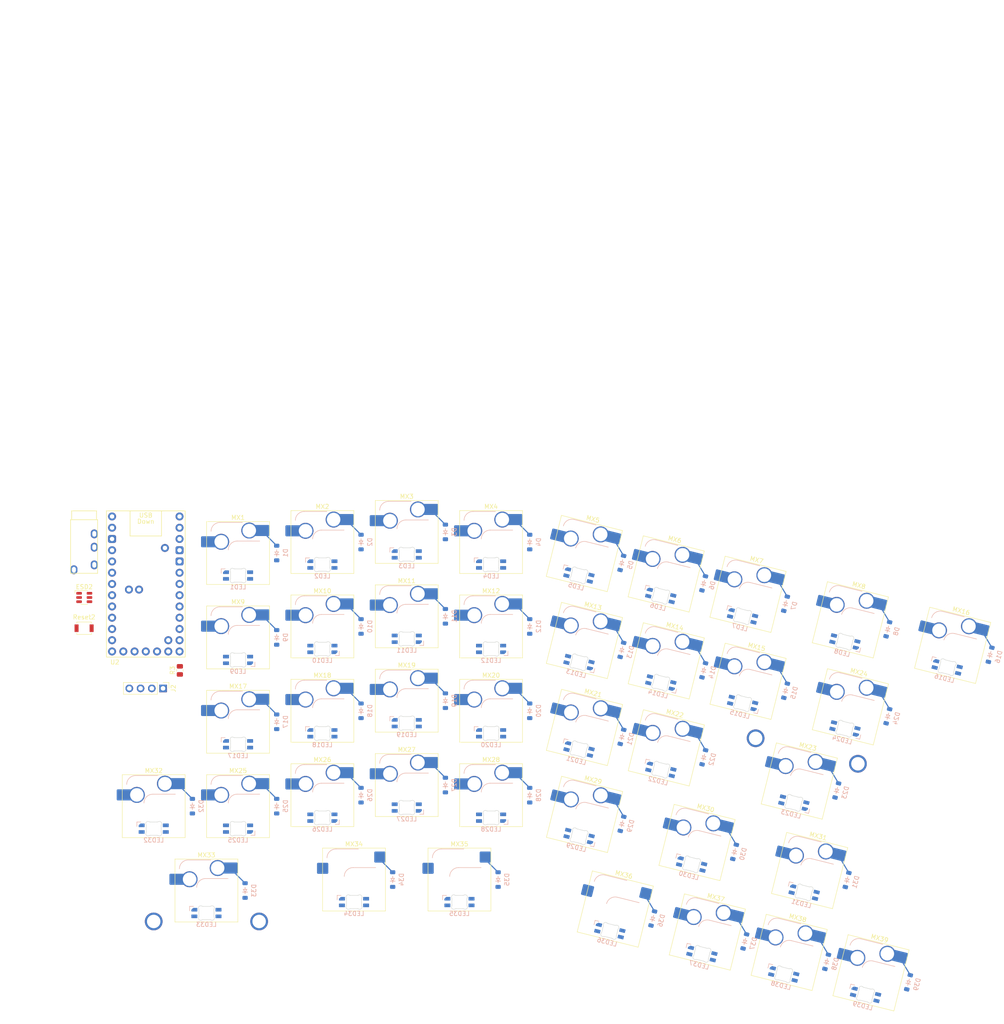
<source format=kicad_pcb>
(kicad_pcb (version 20221018) (generator pcbnew)
  (layers (0 "F.Cu" signal "Front") (31 "B.Cu" signal "Back") (34 "B.Paste" user) (35 "F.Paste" user) (36 "B.SilkS" user "B.Silkscreen") (37 "F.SilkS" user "F.Silkscreen") (38 "B.Mask" user) (39 "F.Mask" user) (44 "Edge.Cuts" user))
  (net 0 "")
  (net 1 "DATA")
  (net 2 "SCL")
  (net 3 "SDA")
  (net 4 "RESET")
  (net 5 "LED")
  (net 6 "COL7")
  (net 7 "Net-(D1-A)")
  (net 8 "Net-(D2-A)")
  (net 9 "Net-(D3-A)")
  (net 10 "Net-(D4-A)")
  (net 11 "Net-(D5-A)")
  (net 12 "Net-(D6-A)")
  (net 13 "Net-(D7-A)")
  (net 14 "Net-(D8-A)")
  (net 15 "Net-(D9-A)")
  (net 16 "Net-(D10-A)")
  (net 17 "Net-(D11-A)")
  (net 18 "Net-(D12-A)")
  (net 19 "Net-(D13-A)")
  (net 20 "Net-(D14-A)")
  (net 21 "Net-(D15-A)")
  (net 22 "Net-(D16-A)")
  (net 23 "Net-(D17-A)")
  (net 24 "Net-(D18-A)")
  (net 25 "Net-(D19-A)")
  (net 26 "Net-(D20-A)")
  (net 27 "Net-(D21-A)")
  (net 28 "Net-(D22-A)")
  (net 29 "Net-(D23-A)")
  (net 30 "Net-(D24-A)")
  (net 31 "Net-(D25-A)")
  (net 32 "Net-(D26-A)")
  (net 33 "Net-(D35-A)")
  (net 34 "Net-(D36-A)")
  (net 35 "Net-(D37-A)")
  (net 36 "Net-(D38-A)")
  (net 37 "Net-(D39-A)")
  (net 38 "Net-(D27-A)")
  (net 39 "Net-(D28-A)")
  (net 40 "Net-(D29-A)")
  (net 41 "Net-(D30-A)")
  (net 42 "Net-(D31-A)")
  (net 43 "Net-(D32-A)")
  (net 44 "Net-(D33-A)")
  (net 45 "Net-(D34-A)")
  (net 46 "Net-(LED1-DOUT)")
  (net 47 "Net-(LED2-DOUT)")
  (net 48 "Net-(LED3-DOUT)")
  (net 49 "Net-(LED4-DOUT)")
  (net 50 "Net-(LED5-DOUT)")
  (net 51 "Net-(LED6-DOUT)")
  (net 52 "Net-(LED7-DOUT)")
  (net 53 "Net-(LED16-DIN)")
  (net 54 "Net-(LED17-DIN)")
  (net 55 "Net-(LED10-DOUT)")
  (net 56 "Net-(LED10-DIN)")
  (net 57 "Net-(LED11-DIN)")
  (net 58 "Net-(LED12-DIN)")
  (net 59 "Net-(LED13-DIN)")
  (net 60 "Net-(LED14-DIN)")
  (net 61 "Net-(LED15-DIN)")
  (net 62 "Net-(LED17-DOUT)")
  (net 63 "Net-(LED18-DOUT)")
  (net 64 "Net-(LED19-DOUT)")
  (net 65 "Net-(LED20-DOUT)")
  (net 66 "Net-(LED21-DOUT)")
  (net 67 "Net-(LED22-DOUT)")
  (net 68 "Net-(LED23-DOUT)")
  (net 69 "Net-(LED24-DOUT)")
  (net 70 "Net-(LED25-DOUT)")
  (net 71 "GND")
  (net 72 "Net-(LED25-DIN)")
  (net 73 "Net-(LED26-DIN)")
  (net 74 "Net-(LED27-DIN)")
  (net 75 "Net-(LED28-DIN)")
  (net 76 "Net-(LED29-DIN)")
  (net 77 "Net-(LED30-DIN)")
  (net 78 "Net-(LED32-DOUT)")
  (net 79 "VCC")
  (net 80 "Net-(LED33-DOUT)")
  (net 81 "Net-(LED34-DOUT)")
  (net 91 "Net-(LED35-DOUT)")
  (net 92 "Net-(LED36-DOUT)")
  (net 93 "Net-(LED37-DOUT)")
  (net 94 "Net-(LED38-DOUT)")
  (net 101 "Net-(R3-Pad2)")
  (net 102 "Net-(ESD2-IO1)")
  (net 103 "+5V")
  (net 104 "ROW0")
  (net 105 "ROW1")
  (net 106 "ROW2")
  (net 107 "ROW3")
  (net 108 "ROW4")
  (net 109 "COL0")
  (net 110 "COL1")
  (net 111 "COL2")
  (net 112 "COL3")
  (net 113 "COL4")
  (net 114 "COL5")
  (net 115 "COL6")
  (footprint "Resistor_SMD:R_0805_2012Metric" (layer "F.Cu") (at 294.561738 70.845165 90)
    (fp_text reference "R3")
    (fp_text value "4.7K")
  )
  (footprint "ScottoKeebs_Hotswap:Hotswap_MX_Plated_1.00u" (layer "F.Cu") (at 364.856739 79.973664)
    (fp_text reference "MX20")
    (fp_text value "MX_SW_HS")
  )
  (footprint "ScottoKeebs_Hotswap:Hotswap_MX_1.25u" (layer "F.Cu") (at 357.71299 118.073666)
    (fp_text reference "MX35")
    (fp_text value "MX_SW_HS")
  )
  (footprint "ScottoKeebs_Hotswap:Hotswap_MX_Plated_1.00u" (layer "F.Cu") (at 345.806739 96.737664)
    (fp_text reference "MX27")
    (fp_text value "MX_SW_HS")
  )
  (footprint "ScottoKeebs_Hotswap:Hotswap_MX_Plated_1.00u" (layer "F.Cu") (at 422.89638 53.678128 -14)
    (fp_text reference "MX7")
    (fp_text value "MX_SW_HS")
  )
  (footprint "ScottoKeebs_Hotswap:Hotswap_MX_Plated_1.00u" (layer "F.Cu") (at 307.70674 101.500165)
    (fp_text reference "MX25")
    (fp_text value "MX_SW_HS")
  )
  (footprint "Button_Switch_SMD:SW_SPST_B3U-1000P" (layer "F.Cu") (at 272.931738 61.325165)
    (fp_text reference "Reset2")
    (fp_text value "Switch" hide)
  )
  (footprint "winkeebs:HOLE_M2" (layer "F.Cu") (at 255.039239 -66.613585)
    (fp_text reference "H10" hide)
    (fp_text value "MountingHole_Pad" hide)
  )
  (footprint "ScottoKeebs_Hotswap:Hotswap_MX_Plated_1.00u" (layer "F.Cu") (at 345.806739 39.587665)
    (fp_text reference "MX3")
    (fp_text value "MX_SW_HS")
  )
  (footprint "ScottoKeebs_Hotswap:Hotswap_MX_Plated_1.00u" (layer "F.Cu") (at 307.706739 82.450164)
    (fp_text reference "MX17")
    (fp_text value "MX_SW_HS")
  )
  (footprint "ScottoKeebs_Hotswap:Hotswap_MX_Plated_1.00u" (layer "F.Cu") (at 385.952955 83.733477 -14)
    (fp_text reference "MX21")
    (fp_text value "MX_SW_HS")
  )
  (footprint "ScottoKeebs_Hotswap:Hotswap_MX_Plated_1.00u" (layer "F.Cu") (at 385.940533 64.097191 -14)
    (fp_text reference "MX13")
    (fp_text value "MX_SW_HS")
  )
  (footprint "ScottoKeebs_Hotswap:Hotswap_MX_Plated_1.00u" (layer "F.Cu") (at 364.856739 41.873664)
    (fp_text reference "MX4")
    (fp_text value "MX_SW_HS")
  )
  (footprint "ScottoKeebs_Hotswap:Hotswap_MX_Plated_2.25u" (layer "F.Cu") (at 300.56299 120.550166)
    (fp_text reference "MX33")
    (fp_text value "MX_SW_HS")
  )
  (footprint "ScottoKeebs_Hotswap:Hotswap_MX_Plated_1.00u" (layer "F.Cu") (at 345.806739 77.687666)
    (fp_text reference "MX19")
    (fp_text value "MX_SW_HS")
  )
  (footprint "ScottoKeebs_Hotswap:Hotswap_MX_Plated_1.00u" (layer "F.Cu") (at 404.412245 49.069516 -14)
    (fp_text reference "MX6")
    (fp_text value "MX_SW_HS")
  )
  (footprint "ScottoKeebs_Hotswap:Hotswap_MX_Plated_1.00u" (layer "F.Cu") (at 469.106713 65.199658 -14)
    (fp_text reference "MX16")
    (fp_text value "MX_SW_HS")
  )
  (footprint "Connector_PinHeader_2.54mm:PinHeader_1x04_P2.54mm_Vertical" (layer "F.Cu") (at 290.766738 74.911415 -90)
    (fp_text reference "J2")
    (fp_text value "Conn_01x04_Socket")
  )
  (footprint "winkeebs:HOLE_M2" (layer "F.Cu") (at 255.03924 -79.413585)
    (fp_text reference "H6" hide)
    (fp_text value "MountingHole_Pad" hide)
  )
  (footprint "ScottoKeebs_Hotswap:Hotswap_MX_Plated_1.00u" (layer "F.Cu") (at 432.188132 134.527582 -14)
    (fp_text reference "MX38")
    (fp_text value "MX_SW_HS")
  )
  (footprint "ScottoKeebs_Hotswap:Hotswap_MX_1.25u" (layer "F.Cu") (at 333.90049 118.073665)
    (fp_text reference "MX34")
    (fp_text value "MX_SW_HS")
  )
  (footprint "ScottoKeebs_Components:TRRS_PJ-320A" (layer "F.Cu") (at 272.931738 36.825165)
    (fp_text reference "TRRS2" hide)
    (fp_text value "TRRS" hide)
  )
  (footprint "ScottoKeebs_Hotswap:Hotswap_MX_Plated_1.00u" (layer "F.Cu") (at 385.928113 44.460903 -14)
    (fp_text reference "MX5")
    (fp_text value "MX_SW_HS")
  )
  (footprint "ScottoKeebs_Hotswap:Hotswap_MX_Plated_1.75u" (layer "F.Cu") (at 411.38106 109.706605 -14)
    (fp_text reference "MX30")
    (fp_text value "MX_SW_HS")
  )
  (footprint "PCM_marbastlib-various:SOT-23-6-routable" (layer "F.Cu") (at 272.974238 54.387665)
    (fp_text reference "ESD2")
    (fp_text value "SRV05-4")
  )
  (footprint "ScottoKeebs_Hotswap:Hotswap_MX_Plated_2.25u" (layer "F.Cu") (at 434.473805 95.831084 -14)
    (fp_text reference "MX23")
    (fp_text value "MX_SW_HS")
  )
  (footprint "ScottoKeebs_Hotswap:Hotswap_MX_Plated_1.00u" (layer "F.Cu") (at 364.85674 99.023666)
    (fp_text reference "MX28")
    (fp_text value "MX_SW_HS")
  )
  (footprint "winkeebs:HOLE_M2" (layer "F.Cu") (at 255.03924 -73.013586)
    (fp_text reference "H8" hide)
    (fp_text value "MountingHole_Pad" hide)
  )
  (footprint "ScottoKeebs_Hotswap:Hotswap_MX_Plated_1.00u" (layer "F.Cu") (at 404.424667 68.705804 -14)
    (fp_text reference "MX14")
    (fp_text value "MX_SW_HS")
  )
  (footprint "ScottoKeebs_Hotswap:Hotswap_MX_Plated_1.00u" (layer "F.Cu") (at 422.9088 73.314415 -14)
    (fp_text reference "MX15")
    (fp_text value "MX_SW_HS")
  )
  (footprint "ScottoKeebs_Hotswap:Hotswap_MX_Plated_1.00u" (layer "F.Cu") (at 288.656739 101.500166)
    (fp_text reference "MX32")
    (fp_text value "MX_SW_HS")
  )
  (footprint "ScottoKeebs_Hotswap:Hotswap_MX_Plated_1.00u" (layer "F.Cu") (at 326.756739 99.023664)
    (fp_text reference "MX26")
    (fp_text value "MX_SW_HS")
  )
  (footprint "ScottoKeebs_Hotswap:Hotswap_MX_Plated_1.00u" (layer "F.Cu") (at 413.703997 129.918968 -14)
    (fp_text reference "MX37")
    (fp_text value "MX_SW_HS")
  )
  (footprint "ScottoKeebs_Hotswap:Hotswap_MX_1.25u" (layer "F.Cu") (at 392.909347 124.734281 -14)
    (fp_text reference "MX36")
    (fp_text value "MX_SW_HS")
  )
  (footprint "ScottoKeebs_Hotswap:Hotswap_MX_Plated_1.00u" (layer "F.Cu") (at 326.75674 79.973665)
    (fp_text reference "MX18")
    (fp_text value "MX_SW_HS")
  )
  (footprint "ScottoKeebs_Hotswap:Hotswap_MX_Plated_1.50u" (layer "F.Cu") (at 446.001547 59.438893 -14)
    (fp_text reference "MX8")
    (fp_text value "MX_SW_HS")
  )
  (footprint "winkeebs:HOLE_M2" (layer "F.Cu") (at 255.039239 -69.813585)
    (fp_text reference "H9" hide)
    (fp_text value "MountingHole_Pad" hide)
  )
  (footprint "ScottoKeebs_Hotswap:Hotswap_MX_Plated_1.00u" (layer "F.Cu") (at 385.965377 103.369764 -14)
    (fp_text reference "MX29")
    (fp_text value "MX_SW_HS")
  )
  (footprint "ScottoKeebs_Hotswap:Hotswap_MX_Plated_1.00u" (layer "F.Cu") (at 307.706738 44.350165)
    (fp_text reference "MX1")
    (fp_text value "MX_SW_HS")
  )
  (footprint "ScottoKeebs_Hotswap:Hotswap_MX_Plated_1.00u" (layer "F.Cu") (at 307.706738 63.400165)
    (fp_text reference "MX9")
    (fp_text value "MX_SW_HS")
  )
  (footprint "ScottoKeebs_Hotswap:Hotswap_MX_Plated_1.00u" (layer "F.Cu") (at 436.796744 116.043446 -14)
    (fp_text reference "MX31")
    (fp_text value "MX_SW_HS")
  )
  (footprint "ScottoKeebs_Hotswap:Hotswap_MX_Plated_1.00u" (layer "F.Cu") (at 404.437089 88.342089 -14)
    (fp_text reference "MX22")
    (fp_text value "MX_SW_HS")
  )
  (footprint "winkeebs:HOLE_M2" (layer "F.Cu") (at 255.03924 -76.213585)
    (fp_text reference "H7" hide)
    (fp_text value "MountingHole_Pad" hide)
  )
  (footprint "ScottoKeebs_Hotswap:Hotswap_MX_Plated_1.00u" (layer "F.Cu") (at 364.85674 60.923665)
    (fp_text reference "MX12")
    (fp_text value "MX_SW_HS")
  )
  (footprint "ScottoKeebs_Hotswap:Hotswap_MX_Plated_1.00u" (layer "F.Cu") (at 450.672266 139.136193 -14)
    (fp_text reference "MX39")
    (fp_text value "MX_SW_HS")
  )
  (footprint "ScottoKeebs_Hotswap:Hotswap_MX_Plated_1.00u" (layer "F.Cu") (at 345.80674 58.637664)
    (fp_text reference "MX11")
    (fp_text value "MX_SW_HS")
  )
  (footprint "PCM_marbastlib-mx:STAB_MX_P_2.25u" (layer "F.Cu") (at 434.473805 95.831084 -14)
    (fp_text reference "S23" hide)
    (fp_text value "MX_stab")
  )
  (footprint "ScottoKeebs_Hotswap:Hotswap_MX_Plated_1.00u" (layer "F.Cu") (at 326.756739 60.923664)
    (fp_text reference "MX10")
    (fp_text value "MX_SW_HS")
  )
  (footprint "winkeebs:RP2040_ProMicro_USBdn" (layer "F.Cu") (at 286.871738 52.605165)
    (fp_text reference "U2")
    (fp_text value "RP2040_ProMicro")
  )
  (footprint "ScottoKeebs_Components:OLED_128x32" (layer "F.Cu") (at 280.966738 76.510165 90)
    (fp_text reference "OLED2" hide)
    (fp_text value "OLED_128x32")
  )
  (footprint "ScottoKeebs_Hotswap:Hotswap_MX_Plated_1.00u" (layer "F.Cu") (at 446.013968 79.07518 -14)
    (fp_text reference "MX24")
    (fp_text value "MX_SW_HS")
  )
  (footprint "ScottoKeebs_Hotswap:Hotswap_MX_Plated_1.00u" (layer "F.Cu") (at 326.756739 41.873665)
    (fp_text reference "MX2")
    (fp_text value "MX_SW_HS")
  )
  (footprint "PCM_marbastlib-mx:STAB_MX_P_2.25u" (layer "F.Cu") (at 300.56299 120.550166 180)
    (fp_text reference "S33" hide)
    (fp_text value "MX_stab")
  )
  (footprint "winkeebs:LED_MX_6028R-ROT" (layer "B.Cu") (at 449.443302 144.065294 166)
    (fp_text reference "LED39")
    (fp_text value "MX_SK6812MINI-E")
    (fp_line (start -1.699999 0.702841) (end -1.699999 -0.702843) (stroke (width 0.1)) (layer "Edge.Cuts"))
    (fp_line (start -0.794452 -1.5) (end 0.794453 -1.5) (stroke (width 0.1)) (layer "Edge.Cuts"))
    (fp_line (start 0.794452 1.499999) (end -0.794452 1.499999) (stroke (width 0.1)) (layer "Edge.Cuts"))
    (fp_line (start 1.699999 -0.702843) (end 1.699999 0.702841) (stroke (width 0.1)) (layer "Edge.Cuts"))
    (fp_arc (start -1.749484 -0.919721) (mid -1.712527 -0.814069) (end -1.699999 -0.702843) (stroke (width 0.1)) (layer "Edge.Cuts"))
    (fp_arc (start -1.749484 -0.919721) (mid -1.638071 -1.504036) (end -1.046711 -1.5683) (stroke (width 0.1)) (layer "Edge.Cuts"))
    (fp_arc (start -1.699999 0.702842) (mid -1.712527 0.814067) (end -1.749484 0.919719) (stroke (width 0.1)) (layer "Edge.Cuts"))
    (fp_arc (start -1.046711 1.568296) (mid -1.63807 1.504033) (end -1.749484 0.919719) (stroke (width 0.1)) (layer "Edge.Cuts"))
    (fp_arc (start -1.04671 1.568298) (mid -0.925122 1.517376) (end -0.794452 1.499999) (stroke (width 0.1)) (layer "Edge.Cuts"))
    (fp_arc (start -0.794453 -1.500001) (mid -0.925123 -1.517378) (end -1.046711 -1.5683) (stroke (width 0.1)) (layer "Edge.Cuts"))
    (fp_arc (start 0.794452 1.499999) (mid 0.925123 1.517376) (end 1.046711 1.568298) (stroke (width 0.1)) (layer "Edge.Cuts"))
    (fp_arc (start 1.046711 -1.568299) (mid 0.925123 -1.517377) (end 0.794453 -1.5) (stroke (width 0.1)) (layer "Edge.Cuts"))
    (fp_arc (start 1.046711 -1.568299) (mid 1.638071 -1.504035) (end 1.749484 -0.919721) (stroke (width 0.1)) (layer "Edge.Cuts"))
    (fp_arc (start 1.699999 -0.702844) (mid 1.712536 -0.814066) (end 1.749484 -0.919721) (stroke (width 0.1)) (layer "Edge.Cuts"))
    (fp_arc (start 1.749484 0.919718) (mid 1.638073 1.504037) (end 1.046711 1.568298) (stroke (width 0.1)) (layer "Edge.Cuts"))
    (fp_arc (start 1.749484 0.919719) (mid 1.712526 0.814067) (end 1.699999 0.702841) (stroke (width 0.1)) (layer "Edge.Cuts"))
  )
  (footprint "winkeebs:LED_MX_6028R-ROT" (layer "B.Cu") (at 326.75674 85.053665 180)
    (fp_text reference "LED18")
    (fp_text value "MX_SK6812MINI-E")
    (fp_line (start -1.699999 0.702841) (end -1.699999 -0.702843) (stroke (width 0.1)) (layer "Edge.Cuts"))
    (fp_line (start -0.794452 -1.5) (end 0.794453 -1.5) (stroke (width 0.1)) (layer "Edge.Cuts"))
    (fp_line (start 0.794452 1.499999) (end -0.794452 1.499999) (stroke (width 0.1)) (layer "Edge.Cuts"))
    (fp_line (start 1.699999 -0.702843) (end 1.699999 0.702841) (stroke (width 0.1)) (layer "Edge.Cuts"))
    (fp_arc (start -1.749484 -0.919721) (mid -1.712527 -0.814069) (end -1.699999 -0.702843) (stroke (width 0.1)) (layer "Edge.Cuts"))
    (fp_arc (start -1.749484 -0.919721) (mid -1.638071 -1.504036) (end -1.046711 -1.5683) (stroke (width 0.1)) (layer "Edge.Cuts"))
    (fp_arc (start -1.699999 0.702842) (mid -1.712527 0.814067) (end -1.749484 0.919719) (stroke (width 0.1)) (layer "Edge.Cuts"))
    (fp_arc (start -1.046711 1.568296) (mid -1.63807 1.504033) (end -1.749484 0.919719) (stroke (width 0.1)) (layer "Edge.Cuts"))
    (fp_arc (start -1.04671 1.568298) (mid -0.925122 1.517376) (end -0.794452 1.499999) (stroke (width 0.1)) (layer "Edge.Cuts"))
    (fp_arc (start -0.794453 -1.500001) (mid -0.925123 -1.517378) (end -1.046711 -1.5683) (stroke (width 0.1)) (layer "Edge.Cuts"))
    (fp_arc (start 0.794452 1.499999) (mid 0.925123 1.517376) (end 1.046711 1.568298) (stroke (width 0.1)) (layer "Edge.Cuts"))
    (fp_arc (start 1.046711 -1.568299) (mid 0.925123 -1.517377) (end 0.794453 -1.5) (stroke (width 0.1)) (layer "Edge.Cuts"))
    (fp_arc (start 1.046711 -1.568299) (mid 1.638071 -1.504035) (end 1.749484 -0.919721) (stroke (width 0.1)) (layer "Edge.Cuts"))
    (fp_arc (start 1.699999 -0.702844) (mid 1.712536 -0.814066) (end 1.749484 -0.919721) (stroke (width 0.1)) (layer "Edge.Cuts"))
    (fp_arc (start 1.749484 0.919718) (mid 1.638073 1.504037) (end 1.046711 1.568298) (stroke (width 0.1)) (layer "Edge.Cuts"))
    (fp_arc (start 1.749484 0.919719) (mid 1.712526 0.814067) (end 1.699999 0.702841) (stroke (width 0.1)) (layer "Edge.Cuts"))
  )
  (footprint "winkeebs:LED_MX_6028R" (layer "B.Cu") (at 326.75674 104.103665 180)
    (fp_text reference "LED26")
    (fp_text value "MX_SK6812MINI-E" hide)
    (fp_line (start -1.699999 0.702843) (end -1.699999 -0.702841) (stroke (width 0.1)) (layer "Edge.Cuts"))
    (fp_line (start -0.794452 -1.499999) (end 0.794452 -1.499999) (stroke (width 0.1)) (layer "Edge.Cuts"))
    (fp_line (start 0.794452 1.5) (end -0.794453 1.5) (stroke (width 0.1)) (layer "Edge.Cuts"))
    (fp_line (start 1.699999 -0.702841) (end 1.699999 0.702843) (stroke (width 0.1)) (layer "Edge.Cuts"))
    (fp_arc (start -1.749484 -0.919719) (mid -1.712527 -0.814067) (end -1.699999 -0.702841) (stroke (width 0.1)) (layer "Edge.Cuts"))
    (fp_arc (start -1.749484 -0.919718) (mid -1.638072 -1.504034) (end -1.046711 -1.568298) (stroke (width 0.1)) (layer "Edge.Cuts"))
    (fp_arc (start -1.699999 0.702844) (mid -1.712527 0.814069) (end -1.749484 0.919721) (stroke (width 0.1)) (layer "Edge.Cuts"))
    (fp_arc (start -1.046711 1.568299) (mid -1.63807 1.504035) (end -1.749484 0.919721) (stroke (width 0.1)) (layer "Edge.Cuts"))
    (fp_arc (start -1.046711 1.568299) (mid -0.925123 1.517377) (end -0.794453 1.5) (stroke (width 0.1)) (layer "Edge.Cuts"))
    (fp_arc (start -0.794452 -1.499999) (mid -0.925123 -1.517376) (end -1.046711 -1.568298) (stroke (width 0.1)) (layer "Edge.Cuts"))
    (fp_arc (start 0.794453 1.500001) (mid 0.925123 1.517378) (end 1.046711 1.5683) (stroke (width 0.1)) (layer "Edge.Cuts"))
    (fp_arc (start 1.04671 -1.568298) (mid 0.925122 -1.517376) (end 0.794452 -1.499999) (stroke (width 0.1)) (layer "Edge.Cuts"))
    (fp_arc (start 1.046711 -1.568296) (mid 1.63807 -1.504033) (end 1.749484 -0.919719) (stroke (width 0.1)) (layer "Edge.Cuts"))
    (fp_arc (start 1.699999 -0.702842) (mid 1.712536 -0.814064) (end 1.749484 -0.919719) (stroke (width 0.1)) (layer "Edge.Cuts"))
    (fp_arc (start 1.749484 0.919721) (mid 1.638072 1.504036) (end 1.046711 1.5683) (stroke (width 0.1)) (layer "Edge.Cuts"))
    (fp_arc (start 1.749484 0.919721) (mid 1.712526 0.814069) (end 1.699999 0.702843) (stroke (width 0.1)) (layer "Edge.Cuts"))
  )
  (footprint "winkeebs:LED_MX_6028R" (layer "B.Cu") (at 307.70674 68.480166 180)
    (fp_text reference "LED9")
    (fp_text value "MX_SK6812MINI-E" hide)
    (fp_line (start -1.699999 0.702843) (end -1.699999 -0.702841) (stroke (width 0.1)) (layer "Edge.Cuts"))
    (fp_line (start -0.794452 -1.499999) (end 0.794452 -1.499999) (stroke (width 0.1)) (layer "Edge.Cuts"))
    (fp_line (start 0.794452 1.5) (end -0.794453 1.5) (stroke (width 0.1)) (layer "Edge.Cuts"))
    (fp_line (start 1.699999 -0.702841) (end 1.699999 0.702843) (stroke (width 0.1)) (layer "Edge.Cuts"))
    (fp_arc (start -1.749484 -0.919719) (mid -1.712527 -0.814067) (end -1.699999 -0.702841) (stroke (width 0.1)) (layer "Edge.Cuts"))
    (fp_arc (start -1.749484 -0.919718) (mid -1.638072 -1.504034) (end -1.046711 -1.568298) (stroke (width 0.1)) (layer "Edge.Cuts"))
    (fp_arc (start -1.699999 0.702844) (mid -1.712527 0.814069) (end -1.749484 0.919721) (stroke (width 0.1)) (layer "Edge.Cuts"))
    (fp_arc (start -1.046711 1.568299) (mid -1.63807 1.504035) (end -1.749484 0.919721) (stroke (width 0.1)) (layer "Edge.Cuts"))
    (fp_arc (start -1.046711 1.568299) (mid -0.925123 1.517377) (end -0.794453 1.5) (stroke (width 0.1)) (layer "Edge.Cuts"))
    (fp_arc (start -0.794452 -1.499999) (mid -0.925123 -1.517376) (end -1.046711 -1.568298) (stroke (width 0.1)) (layer "Edge.Cuts"))
    (fp_arc (start 0.794453 1.500001) (mid 0.925123 1.517378) (end 1.046711 1.5683) (stroke (width 0.1)) (layer "Edge.Cuts"))
    (fp_arc (start 1.04671 -1.568298) (mid 0.925122 -1.517376) (end 0.794452 -1.499999) (stroke (width 0.1)) (layer "Edge.Cuts"))
    (fp_arc (start 1.046711 -1.568296) (mid 1.63807 -1.504033) (end 1.749484 -0.919719) (stroke (width 0.1)) (layer "Edge.Cuts"))
    (fp_arc (start 1.699999 -0.702842) (mid 1.712536 -0.814064) (end 1.749484 -0.919719) (stroke (width 0.1)) (layer "Edge.Cuts"))
    (fp_arc (start 1.749484 0.919721) (mid 1.638072 1.504036) (end 1.046711 1.5683) (stroke (width 0.1)) (layer "Edge.Cuts"))
    (fp_arc (start 1.749484 0.919721) (mid 1.712526 0.814069) (end 1.699999 0.702843) (stroke (width 0.1)) (layer "Edge.Cuts"))
  )
  (footprint "winkeebs:LED_MX_6028R-ROT" (layer "B.Cu") (at 430.959167 139.456683 166)
    (fp_text reference "LED38")
    (fp_text value "MX_SK6812MINI-E")
    (fp_line (start -1.699999 0.702841) (end -1.699999 -0.702843) (stroke (width 0.1)) (layer "Edge.Cuts"))
    (fp_line (start -0.794452 -1.5) (end 0.794453 -1.5) (stroke (width 0.1)) (layer "Edge.Cuts"))
    (fp_line (start 0.794452 1.499999) (end -0.794452 1.499999) (stroke (width 0.1)) (layer "Edge.Cuts"))
    (fp_line (start 1.699999 -0.702843) (end 1.699999 0.702841) (stroke (width 0.1)) (layer "Edge.Cuts"))
    (fp_arc (start -1.749484 -0.919721) (mid -1.712527 -0.814069) (end -1.699999 -0.702843) (stroke (width 0.1)) (layer "Edge.Cuts"))
    (fp_arc (start -1.749484 -0.919721) (mid -1.638071 -1.504036) (end -1.046711 -1.5683) (stroke (width 0.1)) (layer "Edge.Cuts"))
    (fp_arc (start -1.699999 0.702842) (mid -1.712527 0.814067) (end -1.749484 0.919719) (stroke (width 0.1)) (layer "Edge.Cuts"))
    (fp_arc (start -1.046711 1.568296) (mid -1.63807 1.504033) (end -1.749484 0.919719) (stroke (width 0.1)) (layer "Edge.Cuts"))
    (fp_arc (start -1.04671 1.568298) (mid -0.925122 1.517376) (end -0.794452 1.499999) (stroke (width 0.1)) (layer "Edge.Cuts"))
    (fp_arc (start -0.794453 -1.500001) (mid -0.925123 -1.517378) (end -1.046711 -1.5683) (stroke (width 0.1)) (layer "Edge.Cuts"))
    (fp_arc (start 0.794452 1.499999) (mid 0.925123 1.517376) (end 1.046711 1.568298) (stroke (width 0.1)) (layer "Edge.Cuts"))
    (fp_arc (start 1.046711 -1.568299) (mid 0.925123 -1.517377) (end 0.794453 -1.5) (stroke (width 0.1)) (layer "Edge.Cuts"))
    (fp_arc (start 1.046711 -1.568299) (mid 1.638071 -1.504035) (end 1.749484 -0.919721) (stroke (width 0.1)) (layer "Edge.Cuts"))
    (fp_arc (start 1.699999 -0.702844) (mid 1.712536 -0.814066) (end 1.749484 -0.919721) (stroke (width 0.1)) (layer "Edge.Cuts"))
    (fp_arc (start 1.749484 0.919718) (mid 1.638073 1.504037) (end 1.046711 1.568298) (stroke (width 0.1)) (layer "Edge.Cuts"))
    (fp_arc (start 1.749484 0.919719) (mid 1.712526 0.814067) (end 1.699999 0.702841) (stroke (width 0.1)) (layer "Edge.Cuts"))
  )
  (footprint "winkeebs:LED_MX_6028R-ROT" (layer "B.Cu") (at 410.152097 114.635708 166)
    (fp_text reference "LED30")
    (fp_text value "MX_SK6812MINI-E")
    (fp_line (start -1.699999 0.702841) (end -1.699999 -0.702843) (stroke (width 0.1)) (layer "Edge.Cuts"))
    (fp_line (start -0.794452 -1.5) (end 0.794453 -1.5) (stroke (width 0.1)) (layer "Edge.Cuts"))
    (fp_line (start 0.794452 1.499999) (end -0.794452 1.499999) (stroke (width 0.1)) (layer "Edge.Cuts"))
    (fp_line (start 1.699999 -0.702843) (end 1.699999 0.702841) (stroke (width 0.1)) (layer "Edge.Cuts"))
    (fp_arc (start -1.749484 -0.919721) (mid -1.712527 -0.814069) (end -1.699999 -0.702843) (stroke (width 0.1)) (layer "Edge.Cuts"))
    (fp_arc (start -1.749484 -0.919721) (mid -1.638071 -1.504036) (end -1.046711 -1.5683) (stroke (width 0.1)) (layer "Edge.Cuts"))
    (fp_arc (start -1.699999 0.702842) (mid -1.712527 0.814067) (end -1.749484 0.919719) (stroke (width 0.1)) (layer "Edge.Cuts"))
    (fp_arc (start -1.046711 1.568296) (mid -1.63807 1.504033) (end -1.749484 0.919719) (stroke (width 0.1)) (layer "Edge.Cuts"))
    (fp_arc (start -1.04671 1.568298) (mid -0.925122 1.517376) (end -0.794452 1.499999) (stroke (width 0.1)) (layer "Edge.Cuts"))
    (fp_arc (start -0.794453 -1.500001) (mid -0.925123 -1.517378) (end -1.046711 -1.5683) (stroke (width 0.1)) (layer "Edge.Cuts"))
    (fp_arc (start 0.794452 1.499999) (mid 0.925123 1.517376) (end 1.046711 1.568298) (stroke (width 0.1)) (layer "Edge.Cuts"))
    (fp_arc (start 1.046711 -1.568299) (mid 0.925123 -1.517377) (end 0.794453 -1.5) (stroke (width 0.1)) (layer "Edge.Cuts"))
    (fp_arc (start 1.046711 -1.568299) (mid 1.638071 -1.504035) (end 1.749484 -0.919721) (stroke (width 0.1)) (layer "Edge.Cuts"))
    (fp_arc (start 1.699999 -0.702844) (mid 1.712536 -0.814066) (end 1.749484 -0.919721) (stroke (width 0.1)) (layer "Edge.Cuts"))
    (fp_arc (start 1.749484 0.919718) (mid 1.638073 1.504037) (end 1.046711 1.568298) (stroke (width 0.1)) (layer "Edge.Cuts"))
    (fp_arc (start 1.749484 0.919719) (mid 1.712526 0.814067) (end 1.699999 0.702841) (stroke (width 0.1)) (layer "Edge.Cuts"))
  )
  (footprint "winkeebs:LED_MX_6028R-ROT" (layer "B.Cu") (at 403.183283 53.998618 166)
    (fp_text reference "LED6")
    (fp_text value "MX_SK6812MINI-E")
    (fp_line (start -1.699999 0.702841) (end -1.699999 -0.702843) (stroke (width 0.1)) (layer "Edge.Cuts"))
    (fp_line (start -0.794452 -1.5) (end 0.794453 -1.5) (stroke (width 0.1)) (layer "Edge.Cuts"))
    (fp_line (start 0.794452 1.499999) (end -0.794452 1.499999) (stroke (width 0.1)) (layer "Edge.Cuts"))
    (fp_line (start 1.699999 -0.702843) (end 1.699999 0.702841) (stroke (width 0.1)) (layer "Edge.Cuts"))
    (fp_arc (start -1.749484 -0.919721) (mid -1.712527 -0.814069) (end -1.699999 -0.702843) (stroke (width 0.1)) (layer "Edge.Cuts"))
    (fp_arc (start -1.749484 -0.919721) (mid -1.638071 -1.504036) (end -1.046711 -1.5683) (stroke (width 0.1)) (layer "Edge.Cuts"))
    (fp_arc (start -1.699999 0.702842) (mid -1.712527 0.814067) (end -1.749484 0.919719) (stroke (width 0.1)) (layer "Edge.Cuts"))
    (fp_arc (start -1.046711 1.568296) (mid -1.63807 1.504033) (end -1.749484 0.919719) (stroke (width 0.1)) (layer "Edge.Cuts"))
    (fp_arc (start -1.04671 1.568298) (mid -0.925122 1.517376) (end -0.794452 1.499999) (stroke (width 0.1)) (layer "Edge.Cuts"))
    (fp_arc (start -0.794453 -1.500001) (mid -0.925123 -1.517378) (end -1.046711 -1.5683) (stroke (width 0.1)) (layer "Edge.Cuts"))
    (fp_arc (start 0.794452 1.499999) (mid 0.925123 1.517376) (end 1.046711 1.568298) (stroke (width 0.1)) (layer "Edge.Cuts"))
    (fp_arc (start 1.046711 -1.568299) (mid 0.925123 -1.517377) (end 0.794453 -1.5) (stroke (width 0.1)) (layer "Edge.Cuts"))
    (fp_arc (start 1.046711 -1.568299) (mid 1.638071 -1.504035) (end 1.749484 -0.919721) (stroke (width 0.1)) (layer "Edge.Cuts"))
    (fp_arc (start 1.699999 -0.702844) (mid 1.712536 -0.814066) (end 1.749484 -0.919721) (stroke (width 0.1)) (layer "Edge.Cuts"))
    (fp_arc (start 1.749484 0.919718) (mid 1.638073 1.504037) (end 1.046711 1.568298) (stroke (width 0.1)) (layer "Edge.Cuts"))
    (fp_arc (start 1.749484 0.919719) (mid 1.712526 0.814067) (end 1.699999 0.702841) (stroke (width 0.1)) (layer "Edge.Cuts"))
  )
  (footprint "winkeebs:LED_MX_6028R-ROT" (layer "B.Cu") (at 307.70674 87.530164 180)
    (fp_text reference "LED17")
    (fp_text value "MX_SK6812MINI-E")
    (fp_line (start -1.699999 0.702841) (end -1.699999 -0.702843) (stroke (width 0.1)) (layer "Edge.Cuts"))
    (fp_line (start -0.794452 -1.5) (end 0.794453 -1.5) (stroke (width 0.1)) (layer "Edge.Cuts"))
    (fp_line (start 0.794452 1.499999) (end -0.794452 1.499999) (stroke (width 0.1)) (layer "Edge.Cuts"))
    (fp_line (start 1.699999 -0.702843) (end 1.699999 0.702841) (stroke (width 0.1)) (layer "Edge.Cuts"))
    (fp_arc (start -1.749484 -0.919721) (mid -1.712527 -0.814069) (end -1.699999 -0.702843) (stroke (width 0.1)) (layer "Edge.Cuts"))
    (fp_arc (start -1.749484 -0.919721) (mid -1.638071 -1.504036) (end -1.046711 -1.5683) (stroke (width 0.1)) (layer "Edge.Cuts"))
    (fp_arc (start -1.699999 0.702842) (mid -1.712527 0.814067) (end -1.749484 0.919719) (stroke (width 0.1)) (layer "Edge.Cuts"))
    (fp_arc (start -1.046711 1.568296) (mid -1.63807 1.504033) (end -1.749484 0.919719) (stroke (width 0.1)) (layer "Edge.Cuts"))
    (fp_arc (start -1.04671 1.568298) (mid -0.925122 1.517376) (end -0.794452 1.499999) (stroke (width 0.1)) (layer "Edge.Cuts"))
    (fp_arc (start -0.794453 -1.500001) (mid -0.925123 -1.517378) (end -1.046711 -1.5683) (stroke (width 0.1)) (layer "Edge.Cuts"))
    (fp_arc (start 0.794452 1.499999) (mid 0.925123 1.517376) (end 1.046711 1.568298) (stroke (width 0.1)) (layer "Edge.Cuts"))
    (fp_arc (start 1.046711 -1.568299) (mid 0.925123 -1.517377) (end 0.794453 -1.5) (stroke (width 0.1)) (layer "Edge.Cuts"))
    (fp_arc (start 1.046711 -1.568299) (mid 1.638071 -1.504035) (end 1.749484 -0.919721) (stroke (width 0.1)) (layer "Edge.Cuts"))
    (fp_arc (start 1.699999 -0.702844) (mid 1.712536 -0.814066) (end 1.749484 -0.919721) (stroke (width 0.1)) (layer "Edge.Cuts"))
    (fp_arc (start 1.749484 0.919718) (mid 1.638073 1.504037) (end 1.046711 1.568298) (stroke (width 0.1)) (layer "Edge.Cuts"))
    (fp_arc (start 1.749484 0.919719) (mid 1.712526 0.814067) (end 1.699999 0.702841) (stroke (width 0.1)) (layer "Edge.Cuts"))
  )
  (footprint "ScottoKeebs_Components:Diode_SOD-123" (layer "B.Cu") (at 335.48799 41.873665 90)
    (fp_text reference "D2")
    (fp_text value "Diode")
  )
  (footprint "winkeebs:LED_MX_6028R-ROT" (layer "B.Cu") (at 384.69915 49.390006 166)
    (fp_text reference "LED5")
    (fp_text value "MX_SK6812MINI-E")
    (fp_line (start -1.699999 0.702841) (end -1.699999 -0.702843) (stroke (width 0.1)) (layer "Edge.Cuts"))
    (fp_line (start -0.794452 -1.5) (end 0.794453 -1.5) (stroke (width 0.1)) (layer "Edge.Cuts"))
    (fp_line (start 0.794452 1.499999) (end -0.794452 1.499999) (stroke (width 0.1)) (layer "Edge.Cuts"))
    (fp_line (start 1.699999 -0.702843) (end 1.699999 0.702841) (stroke (width 0.1)) (layer "Edge.Cuts"))
    (fp_arc (start -1.749484 -0.919721) (mid -1.712527 -0.814069) (end -1.699999 -0.702843) (stroke (width 0.1)) (layer "Edge.Cuts"))
    (fp_arc (start -1.749484 -0.919721) (mid -1.638071 -1.504036) (end -1.046711 -1.5683) (stroke (width 0.1)) (layer "Edge.Cuts"))
    (fp_arc (start -1.699999 0.702842) (mid -1.712527 0.814067) (end -1.749484 0.919719) (stroke (width 0.1)) (layer "Edge.Cuts"))
    (fp_arc (start -1.046711 1.568296) (mid -1.63807 1.504033) (end -1.749484 0.919719) (stroke (width 0.1)) (layer "Edge.Cuts"))
    (fp_arc (start -1.04671 1.568298) (mid -0.925122 1.517376) (end -0.794452 1.499999) (stroke (width 0.1)) (layer "Edge.Cuts"))
    (fp_arc (start -0.794453 -1.500001) (mid -0.925123 -1.517378) (end -1.046711 -1.5683) (stroke (width 0.1)) (layer "Edge.Cuts"))
    (fp_arc (start 0.794452 1.499999) (mid 0.925123 1.517376) (end 1.046711 1.568298) (stroke (width 0.1)) (layer "Edge.Cuts"))
    (fp_arc (start 1.046711 -1.568299) (mid 0.925123 -1.517377) (end 0.794453 -1.5) (stroke (width 0.1)) (layer "Edge.Cuts"))
    (fp_arc (start 1.046711 -1.568299) (mid 1.638071 -1.504035) (end 1.749484 -0.919721) (stroke (width 0.1)) (layer "Edge.Cuts"))
    (fp_arc (start 1.699999 -0.702844) (mid 1.712536 -0.814066) (end 1.749484 -0.919721) (stroke (width 0.1)) (layer "Edge.Cuts"))
    (fp_arc (start 1.749484 0.919718) (mid 1.638073 1.504037) (end 1.046711 1.568298) (stroke (width 0.1)) (layer "Edge.Cuts"))
    (fp_arc (start 1.749484 0.919719) (mid 1.712526 0.814067) (end 1.699999 0.702841) (stroke (width 0.1)) (layer "Edge.Cuts"))
  )
  (footprint "winkeebs:LED_MX_6028R-ROT" (layer "B.Cu") (at 467.87775 70.128761 166)
    (fp_text reference "LED16")
    (fp_text value "MX_SK6812MINI-E")
    (fp_line (start -1.699999 0.702841) (end -1.699999 -0.702843) (stroke (width 0.1)) (layer "Edge.Cuts"))
    (fp_line (start -0.794452 -1.5) (end 0.794453 -1.5) (stroke (width 0.1)) (layer "Edge.Cuts"))
    (fp_line (start 0.794452 1.499999) (end -0.794452 1.499999) (stroke (width 0.1)) (layer "Edge.Cuts"))
    (fp_line (start 1.699999 -0.702843) (end 1.699999 0.702841) (stroke (width 0.1)) (layer "Edge.Cuts"))
    (fp_arc (start -1.749484 -0.919721) (mid -1.712527 -0.814069) (end -1.699999 -0.702843) (stroke (width 0.1)) (layer "Edge.Cuts"))
    (fp_arc (start -1.749484 -0.919721) (mid -1.638071 -1.504036) (end -1.046711 -1.5683) (stroke (width 0.1)) (layer "Edge.Cuts"))
    (fp_arc (start -1.699999 0.702842) (mid -1.712527 0.814067) (end -1.749484 0.919719) (stroke (width 0.1)) (layer "Edge.Cuts"))
    (fp_arc (start -1.046711 1.568296) (mid -1.63807 1.504033) (end -1.749484 0.919719) (stroke (width 0.1)) (layer "Edge.Cuts"))
    (fp_arc (start -1.04671 1.568298) (mid -0.925122 1.517376) (end -0.794452 1.499999) (stroke (width 0.1)) (layer "Edge.Cuts"))
    (fp_arc (start -0.794453 -1.500001) (mid -0.925123 -1.517378) (end -1.046711 -1.5683) (stroke (width 0.1)) (layer "Edge.Cuts"))
    (fp_arc (start 0.794452 1.499999) (mid 0.925123 1.517376) (end 1.046711 1.568298) (stroke (width 0.1)) (layer "Edge.Cuts"))
    (fp_arc (start 1.046711 -1.568299) (mid 0.925123 -1.517377) (end 0.794453 -1.5) (stroke (width 0.1)) (layer "Edge.Cuts"))
    (fp_arc (start 1.046711 -1.568299) (mid 1.638071 -1.504035) (end 1.749484 -0.919721) (stroke (width 0.1)) (layer "Edge.Cuts"))
    (fp_arc (start 1.699999 -0.702844) (mid 1.712536 -0.814066) (end 1.749484 -0.919721) (stroke (width 0.1)) (layer "Edge.Cuts"))
    (fp_arc (start 1.749484 0.919718) (mid 1.638073 1.504037) (end 1.046711 1.568298) (stroke (width 0.1)) (layer "Edge.Cuts"))
    (fp_arc (start 1.749484 0.919719) (mid 1.712526 0.814067) (end 1.699999 0.702841) (stroke (width 0.1)) (layer "Edge.Cuts"))
  )
  (footprint "ScottoKeebs_Components:Diode_SOD-123" (layer "B.Cu") (at 431.380694 75.426695 76)
    (fp_text reference "D15")
    (fp_text value "Diode")
  )
  (footprint "ScottoKeebs_Components:Diode_SOD-123" (layer "B.Cu") (at 401.381241 126.846559 76)
    (fp_text reference "D36")
    (fp_text value "Diode")
  )
  (footprint "winkeebs:LED_MX_6028R" (layer "B.Cu") (at 384.71157 69.026293 166)
    (fp_text reference "LED13")
    (fp_text value "MX_SK6812MINI-E" hide)
    (fp_line (start -1.699999 0.702843) (end -1.699999 -0.702841) (stroke (width 0.1)) (layer "Edge.Cuts"))
    (fp_line (start -0.794452 -1.499999) (end 0.794452 -1.499999) (stroke (width 0.1)) (layer "Edge.Cuts"))
    (fp_line (start 0.794452 1.5) (end -0.794453 1.5) (stroke (width 0.1)) (layer "Edge.Cuts"))
    (fp_line (start 1.699999 -0.702841) (end 1.699999 0.702843) (stroke (width 0.1)) (layer "Edge.Cuts"))
    (fp_arc (start -1.749484 -0.919719) (mid -1.712527 -0.814067) (end -1.699999 -0.702841) (stroke (width 0.1)) (layer "Edge.Cuts"))
    (fp_arc (start -1.749484 -0.919718) (mid -1.638072 -1.504034) (end -1.046711 -1.568298) (stroke (width 0.1)) (layer "Edge.Cuts"))
    (fp_arc (start -1.699999 0.702844) (mid -1.712527 0.814069) (end -1.749484 0.919721) (stroke (width 0.1)) (layer "Edge.Cuts"))
    (fp_arc (start -1.046711 1.568299) (mid -1.63807 1.504035) (end -1.749484 0.919721) (stroke (width 0.1)) (layer "Edge.Cuts"))
    (fp_arc (start -1.046711 1.568299) (mid -0.925123 1.517377) (end -0.794453 1.5) (stroke (width 0.1)) (layer "Edge.Cuts"))
    (fp_arc (start -0.794452 -1.499999) (mid -0.925123 -1.517376) (end -1.046711 -1.568298) (stroke (width 0.1)) (layer "Edge.Cuts"))
    (fp_arc (start 0.794453 1.500001) (mid 0.925123 1.517378) (end 1.046711 1.5683) (stroke (width 0.1)) (layer "Edge.Cuts"))
    (fp_arc (start 1.04671 -1.568298) (mid 0.925122 -1.517376) (end 0.794452 -1.499999) (stroke (width 0.1)) (layer "Edge.Cuts"))
    (fp_arc (start 1.046711 -1.568296) (mid 1.63807 -1.504033) (end 1.749484 -0.919719) (stroke (width 0.1)) (layer "Edge.Cuts"))
    (fp_arc (start 1.699999 -0.702842) (mid 1.712536 -0.814064) (end 1.749484 -0.919719) (stroke (width 0.1)) (layer "Edge.Cuts"))
    (fp_arc (start 1.749484 0.919721) (mid 1.638072 1.504036) (end 1.046711 1.5683) (stroke (width 0.1)) (layer "Edge.Cuts"))
    (fp_arc (start 1.749484 0.919721) (mid 1.712526 0.814069) (end 1.699999 0.702843) (stroke (width 0.1)) (layer "Edge.Cuts"))
  )
  (footprint "winkeebs:LED_MX_6028R-ROT" (layer "B.Cu") (at 391.680385 129.663381 166)
    (fp_text reference "LED36")
    (fp_text value "MX_SK6812MINI-E")
    (fp_line (start -1.699999 0.702841) (end -1.699999 -0.702843) (stroke (width 0.1)) (layer "Edge.Cuts"))
    (fp_line (start -0.794452 -1.5) (end 0.794453 -1.5) (stroke (width 0.1)) (layer "Edge.Cuts"))
    (fp_line (start 0.794452 1.499999) (end -0.794452 1.499999) (stroke (width 0.1)) (layer "Edge.Cuts"))
    (fp_line (start 1.699999 -0.702843) (end 1.699999 0.702841) (stroke (width 0.1)) (layer "Edge.Cuts"))
    (fp_arc (start -1.749484 -0.919721) (mid -1.712527 -0.814069) (end -1.699999 -0.702843) (stroke (width 0.1)) (layer "Edge.Cuts"))
    (fp_arc (start -1.749484 -0.919721) (mid -1.638071 -1.504036) (end -1.046711 -1.5683) (stroke (width 0.1)) (layer "Edge.Cuts"))
    (fp_arc (start -1.699999 0.702842) (mid -1.712527 0.814067) (end -1.749484 0.919719) (stroke (width 0.1)) (layer "Edge.Cuts"))
    (fp_arc (start -1.046711 1.568296) (mid -1.63807 1.504033) (end -1.749484 0.919719) (stroke (width 0.1)) (layer "Edge.Cuts"))
    (fp_arc (start -1.04671 1.568298) (mid -0.925122 1.517376) (end -0.794452 1.499999) (stroke (width 0.1)) (layer "Edge.Cuts"))
    (fp_arc (start -0.794453 -1.500001) (mid -0.925123 -1.517378) (end -1.046711 -1.5683) (stroke (width 0.1)) (layer "Edge.Cuts"))
    (fp_arc (start 0.794452 1.499999) (mid 0.925123 1.517376) (end 1.046711 1.568298) (stroke (width 0.1)) (layer "Edge.Cuts"))
    (fp_arc (start 1.046711 -1.568299) (mid 0.925123 -1.517377) (end 0.794453 -1.5) (stroke (width 0.1)) (layer "Edge.Cuts"))
    (fp_arc (start 1.046711 -1.568299) (mid 1.638071 -1.504035) (end 1.749484 -0.919721) (stroke (width 0.1)) (layer "Edge.Cuts"))
    (fp_arc (start 1.699999 -0.702844) (mid 1.712536 -0.814066) (end 1.749484 -0.919721) (stroke (width 0.1)) (layer "Edge.Cuts"))
    (fp_arc (start 1.749484 0.919718) (mid 1.638073 1.504037) (end 1.046711 1.568298) (stroke (width 0.1)) (layer "Edge.Cuts"))
    (fp_arc (start 1.749484 0.919719) (mid 1.712526 0.814067) (end 1.699999 0.702841) (stroke (width 0.1)) (layer "Edge.Cuts"))
  )
  (footprint "ScottoKeebs_Components:Diode_SOD-123" (layer "B.Cu") (at 316.43799 44.350164 90)
    (fp_text reference "D1")
    (fp_text value "Diode")
  )
  (footprint "ScottoKeebs_Components:Diode_SOD-123" (layer "B.Cu") (at 335.48799 99.023664 90)
    (fp_text reference "D26")
    (fp_text value "Diode")
  )
  (footprint "winkeebs:LED_MX_6028R" (layer "B.Cu") (at 421.679837 78.243517 166)
    (fp_text reference "LED15")
    (fp_text value "MX_SK6812MINI-E" hide)
    (fp_line (start -1.699999 0.702843) (end -1.699999 -0.702841) (stroke (width 0.1)) (layer "Edge.Cuts"))
    (fp_line (start -0.794452 -1.499999) (end 0.794452 -1.499999) (stroke (width 0.1)) (layer "Edge.Cuts"))
    (fp_line (start 0.794452 1.5) (end -0.794453 1.5) (stroke (width 0.1)) (layer "Edge.Cuts"))
    (fp_line (start 1.699999 -0.702841) (end 1.699999 0.702843) (stroke (width 0.1)) (layer "Edge.Cuts"))
    (fp_arc (start -1.749484 -0.919719) (mid -1.712527 -0.814067) (end -1.699999 -0.702841) (stroke (width 0.1)) (layer "Edge.Cuts"))
    (fp_arc (start -1.749484 -0.919718) (mid -1.638072 -1.504034) (end -1.046711 -1.568298) (stroke (width 0.1)) (layer "Edge.Cuts"))
    (fp_arc (start -1.699999 0.702844) (mid -1.712527 0.814069) (end -1.749484 0.919721) (stroke (width 0.1)) (layer "Edge.Cuts"))
    (fp_arc (start -1.046711 1.568299) (mid -1.63807 1.504035) (end -1.749484 0.919721) (stroke (width 0.1)) (layer "Edge.Cuts"))
    (fp_arc (start -1.046711 1.568299) (mid -0.925123 1.517377) (end -0.794453 1.5) (stroke (width 0.1)) (layer "Edge.Cuts"))
    (fp_arc (start -0.794452 -1.499999) (mid -0.925123 -1.517376) (end -1.046711 -1.568298) (stroke (width 0.1)) (layer "Edge.Cuts"))
    (fp_arc (start 0.794453 1.500001) (mid 0.925123 1.517378) (end 1.046711 1.5683) (stroke (width 0.1)) (layer "Edge.Cuts"))
    (fp_arc (start 1.04671 -1.568298) (mid 0.925122 -1.517376) (end 0.794452 -1.499999) (stroke (width 0.1)) (layer "Edge.Cuts"))
    (fp_arc (start 1.046711 -1.568296) (mid 1.63807 -1.504033) (end 1.749484 -0.919719) (stroke (width 0.1)) (layer "Edge.Cuts"))
    (fp_arc (start 1.699999 -0.702842) (mid 1.712536 -0.814064) (end 1.749484 -0.919719) (stroke (width 0.1)) (layer "Edge.Cuts"))
    (fp_arc (start 1.749484 0.919721) (mid 1.638072 1.504036) (end 1.046711 1.5683) (stroke (width 0.1)) (layer "Edge.Cuts"))
    (fp_arc (start 1.749484 0.919721) (mid 1.712526 0.814069) (end 1.699999 0.702843) (stroke (width 0.1)) (layer "Edge.Cuts"))
  )
  (footprint "winkeebs:LED_MX_6028R" (layer "B.Cu") (at 326.756739 66.003664 180)
    (fp_text reference "LED10")
    (fp_text value "MX_SK6812MINI-E" hide)
    (fp_line (start -1.699999 0.702843) (end -1.699999 -0.702841) (stroke (width 0.1)) (layer "Edge.Cuts"))
    (fp_line (start -0.794452 -1.499999) (end 0.794452 -1.499999) (stroke (width 0.1)) (layer "Edge.Cuts"))
    (fp_line (start 0.794452 1.5) (end -0.794453 1.5) (stroke (width 0.1)) (layer "Edge.Cuts"))
    (fp_line (start 1.699999 -0.702841) (end 1.699999 0.702843) (stroke (width 0.1)) (layer "Edge.Cuts"))
    (fp_arc (start -1.749484 -0.919719) (mid -1.712527 -0.814067) (end -1.699999 -0.702841) (stroke (width 0.1)) (layer "Edge.Cuts"))
    (fp_arc (start -1.749484 -0.919718) (mid -1.638072 -1.504034) (end -1.046711 -1.568298) (stroke (width 0.1)) (layer "Edge.Cuts"))
    (fp_arc (start -1.699999 0.702844) (mid -1.712527 0.814069) (end -1.749484 0.919721) (stroke (width 0.1)) (layer "Edge.Cuts"))
    (fp_arc (start -1.046711 1.568299) (mid -1.63807 1.504035) (end -1.749484 0.919721) (stroke (width 0.1)) (layer "Edge.Cuts"))
    (fp_arc (start -1.046711 1.568299) (mid -0.925123 1.517377) (end -0.794453 1.5) (stroke (width 0.1)) (layer "Edge.Cuts"))
    (fp_arc (start -0.794452 -1.499999) (mid -0.925123 -1.517376) (end -1.046711 -1.568298) (stroke (width 0.1)) (layer "Edge.Cuts"))
    (fp_arc (start 0.794453 1.500001) (mid 0.925123 1.517378) (end 1.046711 1.5683) (stroke (width 0.1)) (layer "Edge.Cuts"))
    (fp_arc (start 1.04671 -1.568298) (mid 0.925122 -1.517376) (end 0.794452 -1.499999) (stroke (width 0.1)) (layer "Edge.Cuts"))
    (fp_arc (start 1.046711 -1.568296) (mid 1.63807 -1.504033) (end 1.749484 -0.919719) (stroke (width 0.1)) (layer "Edge.Cuts"))
    (fp_arc (start 1.699999 -0.702842) (mid 1.712536 -0.814064) (end 1.749484 -0.919719) (stroke (width 0.1)) (layer "Edge.Cuts"))
    (fp_arc (start 1.749484 0.919721) (mid 1.638072 1.504036) (end 1.046711 1.5683) (stroke (width 0.1)) (layer "Edge.Cuts"))
    (fp_arc (start 1.749484 0.919721) (mid 1.712526 0.814069) (end 1.699999 0.702843) (stroke (width 0.1)) (layer "Edge.Cuts"))
  )
  (footprint "winkeebs:LED_MX_6028R-ROT" (layer "B.Cu") (at 333.90049 123.153665 180)
    (fp_text reference "LED34")
    (fp_text value "MX_SK6812MINI-E")
    (fp_line (start -1.699999 0.702841) (end -1.699999 -0.702843) (stroke (width 0.1)) (layer "Edge.Cuts"))
    (fp_line (start -0.794452 -1.5) (end 0.794453 -1.5) (stroke (width 0.1)) (layer "Edge.Cuts"))
    (fp_line (start 0.794452 1.499999) (end -0.794452 1.499999) (stroke (width 0.1)) (layer "Edge.Cuts"))
    (fp_line (start 1.699999 -0.702843) (end 1.699999 0.702841) (stroke (width 0.1)) (layer "Edge.Cuts"))
    (fp_arc (start -1.749484 -0.919721) (mid -1.712527 -0.814069) (end -1.699999 -0.702843) (stroke (width 0.1)) (layer "Edge.Cuts"))
    (fp_arc (start -1.749484 -0.919721) (mid -1.638071 -1.504036) (end -1.046711 -1.5683) (stroke (width 0.1)) (layer "Edge.Cuts"))
    (fp_arc (start -1.699999 0.702842) (mid -1.712527 0.814067) (end -1.749484 0.919719) (stroke (width 0.1)) (layer "Edge.Cuts"))
    (fp_arc (start -1.046711 1.568296) (mid -1.63807 1.504033) (end -1.749484 0.919719) (stroke (width 0.1)) (layer "Edge.Cuts"))
    (fp_arc (start -1.04671 1.568298) (mid -0.925122 1.517376) (end -0.794452 1.499999) (stroke (width 0.1)) (layer "Edge.Cuts"))
    (fp_arc (start -0.794453 -1.500001) (mid -0.925123 -1.517378) (end -1.046711 -1.5683) (stroke (width 0.1)) (layer "Edge.Cuts"))
    (fp_arc (start 0.794452 1.499999) (mid 0.925123 1.517376) (end 1.046711 1.568298) (stroke (width 0.1)) (layer "Edge.Cuts"))
    (fp_arc (start 1.046711 -1.568299) (mid 0.925123 -1.517377) (end 0.794453 -1.5) (stroke (width 0.1)) (layer "Edge.Cuts"))
    (fp_arc (start 1.046711 -1.568299) (mid 1.638071 -1.504035) (end 1.749484 -0.919721) (stroke (width 0.1)) (layer "Edge.Cuts"))
    (fp_arc (start 1.699999 -0.702844) (mid 1.712536 -0.814066) (end 1.749484 -0.919721) (stroke (width 0.1)) (layer "Edge.Cuts"))
    (fp_arc (start 1.749484 0.919718) (mid 1.638073 1.504037) (end 1.046711 1.568298) (stroke (width 0.1)) (layer "Edge.Cuts"))
    (fp_arc (start 1.749484 0.919719) (mid 1.712526 0.814067) (end 1.699999 0.702841) (stroke (width 0.1)) (layer "Edge.Cuts"))
  )
  (footprint "winkeebs:LED_MX_6028R" (layer "B.Cu") (at 444.772583 64.367997 166)
    (fp_text reference "LED8")
    (fp_text value "MX_SK6812MINI-E" hide)
    (fp_line (start -1.699999 0.702843) (end -1.699999 -0.702841) (stroke (width 0.1)) (layer "Edge.Cuts"))
    (fp_line (start -0.794452 -1.499999) (end 0.794452 -1.499999) (stroke (width 0.1)) (layer "Edge.Cuts"))
    (fp_line (start 0.794452 1.5) (end -0.794453 1.5) (stroke (width 0.1)) (layer "Edge.Cuts"))
    (fp_line (start 1.699999 -0.702841) (end 1.699999 0.702843) (stroke (width 0.1)) (layer "Edge.Cuts"))
    (fp_arc (start -1.749484 -0.919719) (mid -1.712527 -0.814067) (end -1.699999 -0.702841) (stroke (width 0.1)) (layer "Edge.Cuts"))
    (fp_arc (start -1.749484 -0.919718) (mid -1.638072 -1.504034) (end -1.046711 -1.568298) (stroke (width 0.1)) (layer "Edge.Cuts"))
    (fp_arc (start -1.699999 0.702844) (mid -1.712527 0.814069) (end -1.749484 0.919721) (stroke (width 0.1)) (layer "Edge.Cuts"))
    (fp_arc (start -1.046711 1.568299) (mid -1.63807 1.504035) (end -1.749484 0.919721) (stroke (width 0.1)) (layer "Edge.Cuts"))
    (fp_arc (start -1.046711 1.568299) (mid -0.925123 1.517377) (end -0.794453 1.5) (stroke (width 0.1)) (layer "Edge.Cuts"))
    (fp_arc (start -0.794452 -1.499999) (mid -0.925123 -1.517376) (end -1.046711 -1.568298) (stroke (width 0.1)) (layer "Edge.Cuts"))
    (fp_arc (start 0.794453 1.500001) (mid 0.925123 1.517378) (end 1.046711 1.5683) (stroke (width 0.1)) (layer "Edge.Cuts"))
    (fp_arc (start 1.04671 -1.568298) (mid 0.925122 -1.517376) (end 0.794452 -1.499999) (stroke (width 0.1)) (layer "Edge.Cuts"))
    (fp_arc (start 1.046711 -1.568296) (mid 1.63807 -1.504033) (end 1.749484 -0.919719) (stroke (width 0.1)) (layer "Edge.Cuts"))
    (fp_arc (start 1.699999 -0.702842) (mid 1.712536 -0.814064) (end 1.749484 -0.919719) (stroke (width 0.1)) (layer "Edge.Cuts"))
    (fp_arc (start 1.749484 0.919721) (mid 1.638072 1.504036) (end 1.046711 1.5683) (stroke (width 0.1)) (layer "Edge.Cuts"))
    (fp_arc (start 1.749484 0.919721) (mid 1.712526 0.814069) (end 1.699999 0.702843) (stroke (width 0.1)) (layer "Edge.Cuts"))
  )
  (footprint "ScottoKeebs_Components:Diode_SOD-123" (layer "B.Cu") (at 373.587989 41.873665 90)
    (fp_text reference "D4")
    (fp_text value "Diode")
  )
  (footprint "winkeebs:LED_MX_6028R-ROT" (layer "B.Cu") (at 364.856739 46.953665 180)
    (fp_text reference "LED4")
    (fp_text value "MX_SK6812MINI-E")
    (fp_line (start -1.699999 0.702841) (end -1.699999 -0.702843) (stroke (width 0.1)) (layer "Edge.Cuts"))
    (fp_line (start -0.794452 -1.5) (end 0.794453 -1.5) (stroke (width 0.1)) (layer "Edge.Cuts"))
    (fp_line (start 0.794452 1.499999) (end -0.794452 1.499999) (stroke (width 0.1)) (layer "Edge.Cuts"))
    (fp_line (start 1.699999 -0.702843) (end 1.699999 0.702841) (stroke (width 0.1)) (layer "Edge.Cuts"))
    (fp_arc (start -1.749484 -0.919721) (mid -1.712527 -0.814069) (end -1.699999 -0.702843) (stroke (width 0.1)) (layer "Edge.Cuts"))
    (fp_arc (start -1.749484 -0.919721) (mid -1.638071 -1.504036) (end -1.046711 -1.5683) (stroke (width 0.1)) (layer "Edge.Cuts"))
    (fp_arc (start -1.699999 0.702842) (mid -1.712527 0.814067) (end -1.749484 0.919719) (stroke (width 0.1)) (layer "Edge.Cuts"))
    (fp_arc (start -1.046711 1.568296) (mid -1.63807 1.504033) (end -1.749484 0.919719) (stroke (width 0.1)) (layer "Edge.Cuts"))
    (fp_arc (start -1.04671 1.568298) (mid -0.925122 1.517376) (end -0.794452 1.499999) (stroke (width 0.1)) (layer "Edge.Cuts"))
    (fp_arc (start -0.794453 -1.500001) (mid -0.925123 -1.517378) (end -1.046711 -1.5683) (stroke (width 0.1)) (layer "Edge.Cuts"))
    (fp_arc (start 0.794452 1.499999) (mid 0.925123 1.517376) (end 1.046711 1.568298) (stroke (width 0.1)) (layer "Edge.Cuts"))
    (fp_arc (start 1.046711 -1.568299) (mid 0.925123 -1.517377) (end 0.794453 -1.5) (stroke (width 0.1)) (layer "Edge.Cuts"))
    (fp_arc (start 1.046711 -1.568299) (mid 1.638071 -1.504035) (end 1.749484 -0.919721) (stroke (width 0.1)) (layer "Edge.Cuts"))
    (fp_arc (start 1.699999 -0.702844) (mid 1.712536 -0.814066) (end 1.749484 -0.919721) (stroke (width 0.1)) (layer "Edge.Cuts"))
    (fp_arc (start 1.749484 0.919718) (mid 1.638073 1.504037) (end 1.046711 1.568298) (stroke (width 0.1)) (layer "Edge.Cuts"))
    (fp_arc (start 1.749484 0.919719) (mid 1.712526 0.814067) (end 1.699999 0.702841) (stroke (width 0.1)) (layer "Edge.Cuts"))
  )
  (footprint "ScottoKeebs_Components:Diode_SOD-123" (layer "B.Cu") (at 342.631739 118.073665 90)
    (fp_text reference "D34")
    (fp_text value "Diode")
  )
  (footprint "winkeebs:LED_MX_6028R-ROT" (layer "B.Cu") (at 345.80674 82.767665 180)
    (fp_text reference "LED19")
    (fp_text value "MX_SK6812MINI-E")
    (fp_line (start -1.699999 0.702841) (end -1.699999 -0.702843) (stroke (width 0.1)) (layer "Edge.Cuts"))
    (fp_line (start -0.794452 -1.5) (end 0.794453 -1.5) (stroke (width 0.1)) (layer "Edge.Cuts"))
    (fp_line (start 0.794452 1.499999) (end -0.794452 1.499999) (stroke (width 0.1)) (layer "Edge.Cuts"))
    (fp_line (start 1.699999 -0.702843) (end 1.699999 0.702841) (stroke (width 0.1)) (layer "Edge.Cuts"))
    (fp_arc (start -1.749484 -0.919721) (mid -1.712527 -0.814069) (end -1.699999 -0.702843) (stroke (width 0.1)) (layer "Edge.Cuts"))
    (fp_arc (start -1.749484 -0.919721) (mid -1.638071 -1.504036) (end -1.046711 -1.5683) (stroke (width 0.1)) (layer "Edge.Cuts"))
    (fp_arc (start -1.699999 0.702842) (mid -1.712527 0.814067) (end -1.749484 0.919719) (stroke (width 0.1)) (layer "Edge.Cuts"))
    (fp_arc (start -1.046711 1.568296) (mid -1.63807 1.504033) (end -1.749484 0.919719) (stroke (width 0.1)) (layer "Edge.Cuts"))
    (fp_arc (start -1.04671 1.568298) (mid -0.925122 1.517376) (end -0.794452 1.499999) (stroke (width 0.1)) (layer "Edge.Cuts"))
    (fp_arc (start -0.794453 -1.500001) (mid -0.925123 -1.517378) (end -1.046711 -1.5683) (stroke (width 0.1)) (layer "Edge.Cuts"))
    (fp_arc (start 0.794452 1.499999) (mid 0.925123 1.517376) (end 1.046711 1.568298) (stroke (width 0.1)) (layer "Edge.Cuts"))
    (fp_arc (start 1.046711 -1.568299) (mid 0.925123 -1.517377) (end 0.794453 -1.5) (stroke (width 0.1)) (layer "Edge.Cuts"))
    (fp_arc (start 1.046711 -1.568299) (mid 1.638071 -1.504035) (end 1.749484 -0.919721) (stroke (width 0.1)) (layer "Edge.Cuts"))
    (fp_arc (start 1.699999 -0.702844) (mid 1.712536 -0.814066) (end 1.749484 -0.919721) (stroke (width 0.1)) (layer "Edge.Cuts"))
    (fp_arc (start 1.749484 0.919718) (mid 1.638073 1.504037) (end 1.046711 1.568298) (stroke (width 0.1)) (layer "Edge.Cuts"))
    (fp_arc (start 1.749484 0.919719) (mid 1.712526 0.814067) (end 1.699999 0.702841) (stroke (width 0.1)) (layer "Edge.Cuts"))
  )
  (footprint "ScottoKeebs_Components:Diode_SOD-123" (layer "B.Cu") (at 297.38799 101.500165 90)
    (fp_text reference "D32")
    (fp_text value "Diode")
  )
  (footprint "winkeebs:LED_MX_6028R-ROT" (layer "B.Cu") (at 435.567781 120.972548 166)
    (fp_text reference "LED31")
    (fp_text value "MX_SK6812MINI-E")
    (fp_line (start -1.699999 0.702841) (end -1.699999 -0.702843) (stroke (width 0.1)) (layer "Edge.Cuts"))
    (fp_line (start -0.794452 -1.5) (end 0.794453 -1.5) (stroke (width 0.1)) (layer "Edge.Cuts"))
    (fp_line (start 0.794452 1.499999) (end -0.794452 1.499999) (stroke (width 0.1)) (layer "Edge.Cuts"))
    (fp_line (start 1.699999 -0.702843) (end 1.699999 0.702841) (stroke (width 0.1)) (layer "Edge.Cuts"))
    (fp_arc (start -1.749484 -0.919721) (mid -1.712527 -0.814069) (end -1.699999 -0.702843) (stroke (width 0.1)) (layer "Edge.Cuts"))
    (fp_arc (start -1.749484 -0.919721) (mid -1.638071 -1.504036) (end -1.046711 -1.5683) (stroke (width 0.1)) (layer "Edge.Cuts"))
    (fp_arc (start -1.699999 0.702842) (mid -1.712527 0.814067) (end -1.749484 0.919719) (stroke (width 0.1)) (layer "Edge.Cuts"))
    (fp_arc (start -1.046711 1.568296) (mid -1.63807 1.504033) (end -1.749484 0.919719) (stroke (width 0.1)) (layer "Edge.Cuts"))
    (fp_arc (start -1.04671 1.568298) (mid -0.925122 1.517376) (end -0.794452 1.499999) (stroke (width 0.1)) (layer "Edge.Cuts"))
    (fp_arc (start -0.794453 -1.500001) (mid -0.925123 -1.517378) (end -1.046711 -1.5683) (stroke (width 0.1)) (layer "Edge.Cuts"))
    (fp_arc (start 0.794452 1.499999) (mid 0.925123 1.517376) (end 1.046711 1.568298) (stroke (width 0.1)) (layer "Edge.Cuts"))
    (fp_arc (start 1.046711 -1.568299) (mid 0.925123 -1.517377) (end 0.794453 -1.5) (stroke (width 0.1)) (layer "Edge.Cuts"))
    (fp_arc (start 1.046711 -1.568299) (mid 1.638071 -1.504035) (end 1.749484 -0.919721) (stroke (width 0.1)) (layer "Edge.Cuts"))
    (fp_arc (start 1.699999 -0.702844) (mid 1.712536 -0.814066) (end 1.749484 -0.919721) (stroke (width 0.1)) (layer "Edge.Cuts"))
    (fp_arc (start 1.749484 0.919718) (mid 1.638073 1.504037) (end 1.046711 1.568298) (stroke (width 0.1)) (layer "Edge.Cuts"))
    (fp_arc (start 1.749484 0.919719) (mid 1.712526 0.814067) (end 1.699999 0.702841) (stroke (width 0.1)) (layer "Edge.Cuts"))
  )
  (footprint "winkeebs:LED_MX_6028R" (layer "B.Cu") (at 364.85674 104.103665 180)
    (fp_text reference "LED28")
    (fp_text value "MX_SK6812MINI-E" hide)
    (fp_line (start -1.699999 0.702843) (end -1.699999 -0.702841) (stroke (width 0.1)) (layer "Edge.Cuts"))
    (fp_line (start -0.794452 -1.499999) (end 0.794452 -1.499999) (stroke (width 0.1)) (layer "Edge.Cuts"))
    (fp_line (start 0.794452 1.5) (end -0.794453 1.5) (stroke (width 0.1)) (layer "Edge.Cuts"))
    (fp_line (start 1.699999 -0.702841) (end 1.699999 0.702843) (stroke (width 0.1)) (layer "Edge.Cuts"))
    (fp_arc (start -1.749484 -0.919719) (mid -1.712527 -0.814067) (end -1.699999 -0.702841) (stroke (width 0.1)) (layer "Edge.Cuts"))
    (fp_arc (start -1.749484 -0.919718) (mid -1.638072 -1.504034) (end -1.046711 -1.568298) (stroke (width 0.1)) (layer "Edge.Cuts"))
    (fp_arc (start -1.699999 0.702844) (mid -1.712527 0.814069) (end -1.749484 0.919721) (stroke (width 0.1)) (layer "Edge.Cuts"))
    (fp_arc (start -1.046711 1.568299) (mid -1.63807 1.504035) (end -1.749484 0.919721) (stroke (width 0.1)) (layer "Edge.Cuts"))
    (fp_arc (start -1.046711 1.568299) (mid -0.925123 1.517377) (end -0.794453 1.5) (stroke (width 0.1)) (layer "Edge.Cuts"))
    (fp_arc (start -0.794452 -1.499999) (mid -0.925123 -1.517376) (end -1.046711 -1.568298) (stroke (width 0.1)) (layer "Edge.Cuts"))
    (fp_arc (start 0.794453 1.500001) (mid 0.925123 1.517378) (end 1.046711 1.5683) (stroke (width 0.1)) (layer "Edge.Cuts"))
    (fp_arc (start 1.04671 -1.568298) (mid 0.925122 -1.517376) (end 0.794452 -1.499999) (stroke (width 0.1)) (layer "Edge.Cuts"))
    (fp_arc (start 1.046711 -1.568296) (mid 1.63807 -1.504033) (end 1.749484 -0.919719) (stroke (width 0.1)) (layer "Edge.Cuts"))
    (fp_arc (start 1.699999 -0.702842) (mid 1.712536 -0.814064) (end 1.749484 -0.919719) (stroke (width 0.1)) (layer "Edge.Cuts"))
    (fp_arc (start 1.749484 0.919721) (mid 1.638072 1.504036) (end 1.046711 1.5683) (stroke (width 0.1)) (layer "Edge.Cuts"))
    (fp_arc (start 1.749484 0.919721) (mid 1.712526 0.814069) (end 1.699999 0.702843) (stroke (width 0.1)) (layer "Edge.Cuts"))
  )
  (footprint "winkeebs:LED_MX_6028R-ROT" (layer "B.Cu") (at 300.56299 125.630165 180)
    (fp_text reference "LED33")
    (fp_text value "MX_SK6812MINI-E")
    (fp_line (start -1.699999 0.702841) (end -1.699999 -0.702843) (stroke (width 0.1)) (layer "Edge.Cuts"))
    (fp_line (start -0.794452 -1.5) (end 0.794453 -1.5) (stroke (width 0.1)) (layer "Edge.Cuts"))
    (fp_line (start 0.794452 1.499999) (end -0.794452 1.499999) (stroke (width 0.1)) (layer "Edge.Cuts"))
    (fp_line (start 1.699999 -0.702843) (end 1.699999 0.702841) (stroke (width 0.1)) (layer "Edge.Cuts"))
    (fp_arc (start -1.749484 -0.919721) (mid -1.712527 -0.814069) (end -1.699999 -0.702843) (stroke (width 0.1)) (layer "Edge.Cuts"))
    (fp_arc (start -1.749484 -0.919721) (mid -1.638071 -1.504036) (end -1.046711 -1.5683) (stroke (width 0.1)) (layer "Edge.Cuts"))
    (fp_arc (start -1.699999 0.702842) (mid -1.712527 0.814067) (end -1.749484 0.919719) (stroke (width 0.1)) (layer "Edge.Cuts"))
    (fp_arc (start -1.046711 1.568296) (mid -1.63807 1.504033) (end -1.749484 0.919719) (stroke (width 0.1)) (layer "Edge.Cuts"))
    (fp_arc (start -1.04671 1.568298) (mid -0.925122 1.517376) (end -0.794452 1.499999) (stroke (width 0.1)) (layer "Edge.Cuts"))
    (fp_arc (start -0.794453 -1.500001) (mid -0.925123 -1.517378) (end -1.046711 -1.5683) (stroke (width 0.1)) (layer "Edge.Cuts"))
    (fp_arc (start 0.794452 1.499999) (mid 0.925123 1.517376) (end 1.046711 1.568298) (stroke (width 0.1)) (layer "Edge.Cuts"))
    (fp_arc (start 1.046711 -1.568299) (mid 0.925123 -1.517377) (end 0.794453 -1.5) (stroke (width 0.1)) (layer "Edge.Cuts"))
    (fp_arc (start 1.046711 -1.568299) (mid 1.638071 -1.504035) (end 1.749484 -0.919721) (stroke (width 0.1)) (layer "Edge.Cuts"))
    (fp_arc (start 1.699999 -0.702844) (mid 1.712536 -0.814066) (end 1.749484 -0.919721) (stroke (width 0.1)) (layer "Edge.Cuts"))
    (fp_arc (start 1.749484 0.919718) (mid 1.638073 1.504037) (end 1.046711 1.568298) (stroke (width 0.1)) (layer "Edge.Cuts"))
    (fp_arc (start 1.749484 0.919719) (mid 1.712526 0.814067) (end 1.699999 0.702841) (stroke (width 0.1)) (layer "Edge.Cuts"))
  )
  (footprint "ScottoKeebs_Components:Diode_SOD-123" (layer "B.Cu") (at 454.485862 81.187459 76)
    (fp_text reference "D24")
    (fp_text value "Diode")
  )
  (footprint "ScottoKeebs_Components:Diode_SOD-123" (layer "B.Cu") (at 366.44424 118.073664 90)
    (fp_text reference "D35")
    (fp_text value "Diode")
  )
  (footprint "ScottoKeebs_Components:Diode_SOD-123" (layer "B.Cu") (at 412.896562 70.818083 76)
    (fp_text reference "D14")
    (fp_text value "Diode")
  )
  (footprint "winkeebs:LED_MX_6028R-ROT" (layer "B.Cu") (at 421.667417 58.607229 166)
    (fp_text reference "LED7")
    (fp_text value "MX_SK6812MINI-E")
    (fp_line (start -1.699999 0.702841) (end -1.699999 -0.702843) (stroke (width 0.1)) (layer "Edge.Cuts"))
    (fp_line (start -0.794452 -1.5) (end 0.794453 -1.5) (stroke (width 0.1)) (layer "Edge.Cuts"))
    (fp_line (start 0.794452 1.499999) (end -0.794452 1.499999) (stroke (width 0.1)) (layer "Edge.Cuts"))
    (fp_line (start 1.699999 -0.702843) (end 1.699999 0.702841) (stroke (width 0.1)) (layer "Edge.Cuts"))
    (fp_arc (start -1.749484 -0.919721) (mid -1.712527 -0.814069) (end -1.699999 -0.702843) (stroke (width 0.1)) (layer "Edge.Cuts"))
    (fp_arc (start -1.749484 -0.919721) (mid -1.638071 -1.504036) (end -1.046711 -1.5683) (stroke (width 0.1)) (layer "Edge.Cuts"))
    (fp_arc (start -1.699999 0.702842) (mid -1.712527 0.814067) (end -1.749484 0.919719) (stroke (width 0.1)) (layer "Edge.Cuts"))
    (fp_arc (start -1.046711 1.568296) (mid -1.63807 1.504033) (end -1.749484 0.919719) (stroke (width 0.1)) (layer "Edge.Cuts"))
    (fp_arc (start -1.04671 1.568298) (mid -0.925122 1.517376) (end -0.794452 1.499999) (stroke (width 0.1)) (layer "Edge.Cuts"))
    (fp_arc (start -0.794453 -1.500001) (mid -0.925123 -1.517378) (end -1.046711 -1.5683) (stroke (width 0.1)) (layer "Edge.Cuts"))
    (fp_arc (start 0.794452 1.499999) (mid 0.925123 1.517376) (end 1.046711 1.568298) (stroke (width 0.1)) (layer "Edge.Cuts"))
    (fp_arc (start 1.046711 -1.568299) (mid 0.925123 -1.517377) (end 0.794453 -1.5) (stroke (width 0.1)) (layer "Edge.Cuts"))
    (fp_arc (start 1.046711 -1.568299) (mid 1.638071 -1.504035) (end 1.749484 -0.919721) (stroke (width 0.1)) (layer "Edge.Cuts"))
    (fp_arc (start 1.699999 -0.702844) (mid 1.712536 -0.814066) (end 1.749484 -0.919721) (stroke (width 0.1)) (layer "Edge.Cuts"))
    (fp_arc (start 1.749484 0.919718) (mid 1.638073 1.504037) (end 1.046711 1.568298) (stroke (width 0.1)) (layer "Edge.Cuts"))
    (fp_arc (start 1.749484 0.919719) (mid 1.712526 0.814067) (end 1.699999 0.702841) (stroke (width 0.1)) (layer "Edge.Cuts"))
  )
  (footprint "ScottoKeebs_Components:Diode_SOD-123" (layer "B.Cu") (at 422.175891 132.031249 76)
    (fp_text reference "D37")
    (fp_text value "Diode")
  )
  (footprint "ScottoKeebs_Components:Diode_SOD-123" (layer "B.Cu") (at 412.908982 90.454371 76)
    (fp_text reference "D22")
    (fp_text value "Diode")
  )
  (footprint "ScottoKeebs_Components:Diode_SOD-123" (layer "B.Cu") (at 354.53799 39.587665 90)
    (fp_text reference "D3")
    (fp_text value "Diode")
  )
  (footprint "winkeebs:LED_MX_6028R-ROT" (layer "B.Cu") (at 403.208125 93.271192 166)
    (fp_text reference "LED22")
    (fp_text value "MX_SK6812MINI-E")
    (fp_line (start -1.699999 0.702841) (end -1.699999 -0.702843) (stroke (width 0.1)) (layer "Edge.Cuts"))
    (fp_line (start -0.794452 -1.5) (end 0.794453 -1.5) (stroke (width 0.1)) (layer "Edge.Cuts"))
    (fp_line (start 0.794452 1.499999) (end -0.794452 1.499999) (stroke (width 0.1)) (layer "Edge.Cuts"))
    (fp_line (start 1.699999 -0.702843) (end 1.699999 0.702841) (stroke (width 0.1)) (layer "Edge.Cuts"))
    (fp_arc (start -1.749484 -0.919721) (mid -1.712527 -0.814069) (end -1.699999 -0.702843) (stroke (width 0.1)) (layer "Edge.Cuts"))
    (fp_arc (start -1.749484 -0.919721) (mid -1.638071 -1.504036) (end -1.046711 -1.5683) (stroke (width 0.1)) (layer "Edge.Cuts"))
    (fp_arc (start -1.699999 0.702842) (mid -1.712527 0.814067) (end -1.749484 0.919719) (stroke (width 0.1)) (layer "Edge.Cuts"))
    (fp_arc (start -1.046711 1.568296) (mid -1.63807 1.504033) (end -1.749484 0.919719) (stroke (width 0.1)) (layer "Edge.Cuts"))
    (fp_arc (start -1.04671 1.568298) (mid -0.925122 1.517376) (end -0.794452 1.499999) (stroke (width 0.1)) (layer "Edge.Cuts"))
    (fp_arc (start -0.794453 -1.500001) (mid -0.925123 -1.517378) (end -1.046711 -1.5683) (stroke (width 0.1)) (layer "Edge.Cuts"))
    (fp_arc (start 0.794452 1.499999) (mid 0.925123 1.517376) (end 1.046711 1.568298) (stroke (width 0.1)) (layer "Edge.Cuts"))
    (fp_arc (start 1.046711 -1.568299) (mid 0.925123 -1.517377) (end 0.794453 -1.5) (stroke (width 0.1)) (layer "Edge.Cuts"))
    (fp_arc (start 1.046711 -1.568299) (mid 1.638071 -1.504035) (end 1.749484 -0.919721) (stroke (width 0.1)) (layer "Edge.Cuts"))
    (fp_arc (start 1.699999 -0.702844) (mid 1.712536 -0.814066) (end 1.749484 -0.919721) (stroke (width 0.1)) (layer "Edge.Cuts"))
    (fp_arc (start 1.749484 0.919718) (mid 1.638073 1.504037) (end 1.046711 1.568298) (stroke (width 0.1)) (layer "Edge.Cuts"))
    (fp_arc (start 1.749484 0.919719) (mid 1.712526 0.814067) (end 1.699999 0.702841) (stroke (width 0.1)) (layer "Edge.Cuts"))
  )
  (footprint "ScottoKeebs_Components:Diode_SOD-123" (layer "B.Cu") (at 354.53799 77.687665 90)
    (fp_text reference "D19")
    (fp_text value "Diode")
  )
  (footprint "ScottoKeebs_Components:Diode_SOD-123" (layer "B.Cu") (at 316.43799 63.400165 90)
    (fp_text reference "D9")
    (fp_text value "Diode")
  )
  (footprint "winkeebs:LED_MX_6028R-ROT" (layer "B.Cu") (at 384.723992 88.662578 166)
    (fp_text reference "LED21")
    (fp_text value "MX_SK6812MINI-E")
    (fp_line (start -1.699999 0.702841) (end -1.699999 -0.702843) (stroke (width 0.1)) (layer "Edge.Cuts"))
    (fp_line (start -0.794452 -1.5) (end 0.794453 -1.5) (stroke (width 0.1)) (layer "Edge.Cuts"))
    (fp_line (start 0.794452 1.499999) (end -0.794452 1.499999) (stroke (width 0.1)) (layer "Edge.Cuts"))
    (fp_line (start 1.699999 -0.702843) (end 1.699999 0.702841) (stroke (width 0.1)) (layer "Edge.Cuts"))
    (fp_arc (start -1.749484 -0.919721) (mid -1.712527 -0.814069) (end -1.699999 -0.702843) (stroke (width 0.1)) (layer "Edge.Cuts"))
    (fp_arc (start -1.749484 -0.919721) (mid -1.638071 -1.504036) (end -1.046711 -1.5683) (stroke (width 0.1)) (layer "Edge.Cuts"))
    (fp_arc (start -1.699999 0.702842) (mid -1.712527 0.814067) (end -1.749484 0.919719) (stroke (width 0.1)) (layer "Edge.Cuts"))
    (fp_arc (start -1.046711 1.568296) (mid -1.63807 1.504033) (end -1.749484 0.919719) (stroke (width 0.1)) (layer "Edge.Cuts"))
    (fp_arc (start -1.04671 1.568298) (mid -0.925122 1.517376) (end -0.794452 1.499999) (stroke (width 0.1)) (layer "Edge.Cuts"))
    (fp_arc (start -0.794453 -1.500001) (mid -0.925123 -1.517378) (end -1.046711 -1.5683) (stroke (width 0.1)) (layer "Edge.Cuts"))
    (fp_arc (start 0.794452 1.499999) (mid 0.925123 1.517376) (end 1.046711 1.568298) (stroke (width 0.1)) (layer "Edge.Cuts"))
    (fp_arc (start 1.046711 -1.568299) (mid 0.925123 -1.517377) (end 0.794453 -1.5) (stroke (width 0.1)) (layer "Edge.Cuts"))
    (fp_arc (start 1.046711 -1.568299) (mid 1.638071 -1.504035) (end 1.749484 -0.919721) (stroke (width 0.1)) (layer "Edge.Cuts"))
    (fp_arc (start 1.699999 -0.702844) (mid 1.712536 -0.814066) (end 1.749484 -0.919721) (stroke (width 0.1)) (layer "Edge.Cuts"))
    (fp_arc (start 1.749484 0.919718) (mid 1.638073 1.504037) (end 1.046711 1.568298) (stroke (width 0.1)) (layer "Edge.Cuts"))
    (fp_arc (start 1.749484 0.919719) (mid 1.712526 0.814067) (end 1.699999 0.702841) (stroke (width 0.1)) (layer "Edge.Cuts"))
  )
  (footprint "ScottoKeebs_Components:Diode_SOD-123" (layer "B.Cu") (at 316.43799 82.450165 90)
    (fp_text reference "D17")
    (fp_text value "Diode")
  )
  (footprint "ScottoKeebs_Components:Diode_SOD-123" (layer "B.Cu") (at 394.424849 85.845757 76)
    (fp_text reference "D21")
    (fp_text value "Diode")
  )
  (footprint "winkeebs:LED_MX_6028R" (layer "B.Cu") (at 345.806739 63.717664 180)
    (fp_text reference "LED11")
    (fp_text value "MX_SK6812MINI-E" hide)
    (fp_line (start -1.699999 0.702843) (end -1.699999 -0.702841) (stroke (width 0.1)) (layer "Edge.Cuts"))
    (fp_line (start -0.794452 -1.499999) (end 0.794452 -1.499999) (stroke (width 0.1)) (layer "Edge.Cuts"))
    (fp_line (start 0.794452 1.5) (end -0.794453 1.5) (stroke (width 0.1)) (layer "Edge.Cuts"))
    (fp_line (start 1.699999 -0.702841) (end 1.699999 0.702843) (stroke (width 0.1)) (layer "Edge.Cuts"))
    (fp_arc (start -1.749484 -0.919719) (mid -1.712527 -0.814067) (end -1.699999 -0.702841) (stroke (width 0.1)) (layer "Edge.Cuts"))
    (fp_arc (start -1.749484 -0.919718) (mid -1.638072 -1.504034) (end -1.046711 -1.568298) (stroke (width 0.1)) (layer "Edge.Cuts"))
    (fp_arc (start -1.699999 0.702844) (mid -1.712527 0.814069) (end -1.749484 0.919721) (stroke (width 0.1)) (layer "Edge.Cuts"))
    (fp_arc (start -1.046711 1.568299) (mid -1.63807 1.504035) (end -1.749484 0.919721) (stroke (width 0.1)) (layer "Edge.Cuts"))
    (fp_arc (start -1.046711 1.568299) (mid -0.925123 1.517377) (end -0.794453 1.5) (stroke (width 0.1)) (layer "Edge.Cuts"))
    (fp_arc (start -0.794452 -1.499999) (mid -0.925123 -1.517376) (end -1.046711 -1.568298) (stroke (width 0.1)) (layer "Edge.Cuts"))
    (fp_arc (start 0.794453 1.500001) (mid 0.925123 1.517378) (end 1.046711 1.5683) (stroke (width 0.1)) (layer "Edge.Cuts"))
    (fp_arc (start 1.04671 -1.568298) (mid 0.925122 -1.517376) (end 0.794452 -1.499999) (stroke (width 0.1)) (layer "Edge.Cuts"))
    (fp_arc (start 1.046711 -1.568296) (mid 1.63807 -1.504033) (end 1.749484 -0.919719) (stroke (width 0.1)) (layer "Edge.Cuts"))
    (fp_arc (start 1.699999 -0.702842) (mid 1.712536 -0.814064) (end 1.749484 -0.919719) (stroke (width 0.1)) (layer "Edge.Cuts"))
    (fp_arc (start 1.749484 0.919721) (mid 1.638072 1.504036) (end 1.046711 1.5683) (stroke (width 0.1)) (layer "Edge.Cuts"))
    (fp_arc (start 1.749484 0.919721) (mid 1.712526 0.814069) (end 1.699999 0.702843) (stroke (width 0.1)) (layer "Edge.Cuts"))
  )
  (footprint "winkeebs:LED_MX_6028R-ROT" (layer "B.Cu") (at 412.475034 134.848072 166)
    (fp_text reference "LED37")
    (fp_text value "MX_SK6812MINI-E")
    (fp_line (start -1.699999 0.702841) (end -1.699999 -0.702843) (stroke (width 0.1)) (layer "Edge.Cuts"))
    (fp_line (start -0.794452 -1.5) (end 0.794453 -1.5) (stroke (width 0.1)) (layer "Edge.Cuts"))
    (fp_line (start 0.794452 1.499999) (end -0.794452 1.499999) (stroke (width 0.1)) (layer "Edge.Cuts"))
    (fp_line (start 1.699999 -0.702843) (end 1.699999 0.702841) (stroke (width 0.1)) (layer "Edge.Cuts"))
    (fp_arc (start -1.749484 -0.919721) (mid -1.712527 -0.814069) (end -1.699999 -0.702843) (stroke (width 0.1)) (layer "Edge.Cuts"))
    (fp_arc (start -1.749484 -0.919721) (mid -1.638071 -1.504036) (end -1.046711 -1.5683) (stroke (width 0.1)) (layer "Edge.Cuts"))
    (fp_arc (start -1.699999 0.702842) (mid -1.712527 0.814067) (end -1.749484 0.919719) (stroke (width 0.1)) (layer "Edge.Cuts"))
    (fp_arc (start -1.046711 1.568296) (mid -1.63807 1.504033) (end -1.749484 0.919719) (stroke (width 0.1)) (layer "Edge.Cuts"))
    (fp_arc (start -1.04671 1.568298) (mid -0.925122 1.517376) (end -0.794452 1.499999) (stroke (width 0.1)) (layer "Edge.Cuts"))
    (fp_arc (start -0.794453 -1.500001) (mid -0.925123 -1.517378) (end -1.046711 -1.5683) (stroke (width 0.1)) (layer "Edge.Cuts"))
    (fp_arc (start 0.794452 1.499999) (mid 0.925123 1.517376) (end 1.046711 1.568298) (stroke (width 0.1)) (layer "Edge.Cuts"))
    (fp_arc (start 1.046711 -1.568299) (mid 0.925123 -1.517377) (end 0.794453 -1.5) (stroke (width 0.1)) (layer "Edge.Cuts"))
    (fp_arc (start 1.046711 -1.568299) (mid 1.638071 -1.504035) (end 1.749484 -0.919721) (stroke (width 0.1)) (layer "Edge.Cuts"))
    (fp_arc (start 1.699999 -0.702844) (mid 1.712536 -0.814066) (end 1.749484 -0.919721) (stroke (width 0.1)) (layer "Edge.Cuts"))
    (fp_arc (start 1.749484 0.919718) (mid 1.638073 1.504037) (end 1.046711 1.568298) (stroke (width 0.1)) (layer "Edge.Cuts"))
    (fp_arc (start 1.749484 0.919719) (mid 1.712526 0.814067) (end 1.699999 0.702841) (stroke (width 0.1)) (layer "Edge.Cuts"))
  )
  (footprint "ScottoKeebs_Components:Diode_SOD-123" (layer "B.Cu") (at 459.144159 141.248473 76)
    (fp_text reference "D39")
    (fp_text value "Diode")
  )
  (footprint "ScottoKeebs_Components:Diode_SOD-123" (layer "B.Cu") (at 394.412427 66.209471 76)
    (fp_text reference "D13")
    (fp_text value "Diode")
  )
  (footprint "ScottoKeebs_Components:Diode_SOD-123" (layer "B.Cu") (at 335.48799 79.973665 90)
    (fp_text reference "D18")
    (fp_text value "Diode")
  )
  (footprint "ScottoKeebs_Components:Diode_SOD-123" (layer "B.Cu") (at 440.660025 136.639861 76)
    (fp_text reference "D38")
    (fp_text value "Diode")
  )
  (footprint "winkeebs:LED_MX_6028R-ROT" (layer "B.Cu") (at 345.806739 44.667665 180)
    (fp_text reference "LED3")
    (fp_text value "MX_SK6812MINI-E")
    (fp_line (start -1.699999 0.702841) (end -1.699999 -0.702843) (stroke (width 0.1)) (layer "Edge.Cuts"))
    (fp_line (start -0.794452 -1.5) (end 0.794453 -1.5) (stroke (width 0.1)) (layer "Edge.Cuts"))
    (fp_line (start 0.794452 1.499999) (end -0.794452 1.499999) (stroke (width 0.1)) (layer "Edge.Cuts"))
    (fp_line (start 1.699999 -0.702843) (end 1.699999 0.702841) (stroke (width 0.1)) (layer "Edge.Cuts"))
    (fp_arc (start -1.749484 -0.919721) (mid -1.712527 -0.814069) (end -1.699999 -0.702843) (stroke (width 0.1)) (layer "Edge.Cuts"))
    (fp_arc (start -1.749484 -0.919721) (mid -1.638071 -1.504036) (end -1.046711 -1.5683) (stroke (width 0.1)) (layer "Edge.Cuts"))
    (fp_arc (start -1.699999 0.702842) (mid -1.712527 0.814067) (end -1.749484 0.919719) (stroke (width 0.1)) (layer "Edge.Cuts"))
    (fp_arc (start -1.046711 1.568296) (mid -1.63807 1.504033) (end -1.749484 0.919719) (stroke (width 0.1)) (layer "Edge.Cuts"))
    (fp_arc (start -1.04671 1.568298) (mid -0.925122 1.517376) (end -0.794452 1.499999) (stroke (width 0.1)) (layer "Edge.Cuts"))
    (fp_arc (start -0.794453 -1.500001) (mid -0.925123 -1.517378) (end -1.046711 -1.5683) (stroke (width 0.1)) (layer "Edge.Cuts"))
    (fp_arc (start 0.794452 1.499999) (mid 0.925123 1.517376) (end 1.046711 1.568298) (stroke (width 0.1)) (layer "Edge.Cuts"))
    (fp_arc (start 1.046711 -1.568299) (mid 0.925123 -1.517377) (end 0.794453 -1.5) (stroke (width 0.1)) (layer "Edge.Cuts"))
    (fp_arc (start 1.046711 -1.568299) (mid 1.638071 -1.504035) (end 1.749484 -0.919721) (stroke (width 0.1)) (layer "Edge.Cuts"))
    (fp_arc (start 1.699999 -0.702844) (mid 1.712536 -0.814066) (end 1.749484 -0.919721) (stroke (width 0.1)) (layer "Edge.Cuts"))
    (fp_arc (start 1.749484 0.919718) (mid 1.638073 1.504037) (end 1.046711 1.568298) (stroke (width 0.1)) (layer "Edge.Cuts"))
    (fp_arc (start 1.749484 0.919719) (mid 1.712526 0.814067) (end 1.699999 0.702841) (stroke (width 0.1)) (layer "Edge.Cuts"))
  )
  (footprint "winkeebs:LED_MX_6028R-ROT" (layer "B.Cu") (at 288.656739 106.580166 180)
    (fp_text reference "LED32")
    (fp_text value "MX_SK6812MINI-E")
    (fp_line (start -1.699999 0.702841) (end -1.699999 -0.702843) (stroke (width 0.1)) (layer "Edge.Cuts"))
    (fp_line (start -0.794452 -1.5) (end 0.794453 -1.5) (stroke (width 0.1)) (layer "Edge.Cuts"))
    (fp_line (start 0.794452 1.499999) (end -0.794452 1.499999) (stroke (width 0.1)) (layer "Edge.Cuts"))
    (fp_line (start 1.699999 -0.702843) (end 1.699999 0.702841) (stroke (width 0.1)) (layer "Edge.Cuts"))
    (fp_arc (start -1.749484 -0.919721) (mid -1.712527 -0.814069) (end -1.699999 -0.702843) (stroke (width 0.1)) (layer "Edge.Cuts"))
    (fp_arc (start -1.749484 -0.919721) (mid -1.638071 -1.504036) (end -1.046711 -1.5683) (stroke (width 0.1)) (layer "Edge.Cuts"))
    (fp_arc (start -1.699999 0.702842) (mid -1.712527 0.814067) (end -1.749484 0.919719) (stroke (width 0.1)) (layer "Edge.Cuts"))
    (fp_arc (start -1.046711 1.568296) (mid -1.63807 1.504033) (end -1.749484 0.919719) (stroke (width 0.1)) (layer "Edge.Cuts"))
    (fp_arc (start -1.04671 1.568298) (mid -0.925122 1.517376) (end -0.794452 1.499999) (stroke (width 0.1)) (layer "Edge.Cuts"))
    (fp_arc (start -0.794453 -1.500001) (mid -0.925123 -1.517378) (end -1.046711 -1.5683) (stroke (width 0.1)) (layer "Edge.Cuts"))
    (fp_arc (start 0.794452 1.499999) (mid 0.925123 1.517376) (end 1.046711 1.568298) (stroke (width 0.1)) (layer "Edge.Cuts"))
    (fp_arc (start 1.046711 -1.568299) (mid 0.925123 -1.517377) (end 0.794453 -1.5) (stroke (width 0.1)) (layer "Edge.Cuts"))
    (fp_arc (start 1.046711 -1.568299) (mid 1.638071 -1.504035) (end 1.749484 -0.919721) (stroke (width 0.1)) (layer "Edge.Cuts"))
    (fp_arc (start 1.699999 -0.702844) (mid 1.712536 -0.814066) (end 1.749484 -0.919721) (stroke (width 0.1)) (layer "Edge.Cuts"))
    (fp_arc (start 1.749484 0.919718) (mid 1.638073 1.504037) (end 1.046711 1.568298) (stroke (width 0.1)) (layer "Edge.Cuts"))
    (fp_arc (start 1.749484 0.919719) (mid 1.712526 0.814067) (end 1.699999 0.702841) (stroke (width 0.1)) (layer "Edge.Cuts"))
  )
  (footprint "ScottoKeebs_Components:Diode_SOD-123" (layer "B.Cu") (at 373.58799 99.023664 90)
    (fp_text reference "D28")
    (fp_text value "Diode")
  )
  (footprint "ScottoKeebs_Components:Diode_SOD-123" (layer "B.Cu") (at 373.587989 79.973666 90)
    (fp_text reference "D20")
    (fp_text value "Diode")
  )
  (footprint "ScottoKeebs_Components:Diode_SOD-123" (layer "B.Cu") (at 316.43799 101.500165 90)
    (fp_text reference "D25")
    (fp_text value "Diode")
  )
  (footprint "winkeebs:LED_MX_6028R-ROT" (layer "B.Cu") (at 326.75674 46.953666 180)
    (fp_text reference "LED2")
    (fp_text value "MX_SK6812MINI-E")
    (fp_line (start -1.699999 0.702841) (end -1.699999 -0.702843) (stroke (width 0.1)) (layer "Edge.Cuts"))
    (fp_line (start -0.794452 -1.5) (end 0.794453 -1.5) (stroke (width 0.1)) (layer "Edge.Cuts"))
    (fp_line (start 0.794452 1.499999) (end -0.794452 1.499999) (stroke (width 0.1)) (layer "Edge.Cuts"))
    (fp_line (start 1.699999 -0.702843) (end 1.699999 0.702841) (stroke (width 0.1)) (layer "Edge.Cuts"))
    (fp_arc (start -1.749484 -0.919721) (mid -1.712527 -0.814069) (end -1.699999 -0.702843) (stroke (width 0.1)) (layer "Edge.Cuts"))
    (fp_arc (start -1.749484 -0.919721) (mid -1.638071 -1.504036) (end -1.046711 -1.5683) (stroke (width 0.1)) (layer "Edge.Cuts"))
    (fp_arc (start -1.699999 0.702842) (mid -1.712527 0.814067) (end -1.749484 0.919719) (stroke (width 0.1)) (layer "Edge.Cuts"))
    (fp_arc (start -1.046711 1.568296) (mid -1.63807 1.504033) (end -1.749484 0.919719) (stroke (width 0.1)) (layer "Edge.Cuts"))
    (fp_arc (start -1.04671 1.568298) (mid -0.925122 1.517376) (end -0.794452 1.499999) (stroke (width 0.1)) (layer "Edge.Cuts"))
    (fp_arc (start -0.794453 -1.500001) (mid -0.925123 -1.517378) (end -1.046711 -1.5683) (stroke (width 0.1)) (layer "Edge.Cuts"))
    (fp_arc (start 0.794452 1.499999) (mid 0.925123 1.517376) (end 1.046711 1.568298) (stroke (width 0.1)) (layer "Edge.Cuts"))
    (fp_arc (start 1.046711 -1.568299) (mid 0.925123 -1.517377) (end 0.794453 -1.5) (stroke (width 0.1)) (layer "Edge.Cuts"))
    (fp_arc (start 1.046711 -1.568299) (mid 1.638071 -1.504035) (end 1.749484 -0.919721) (stroke (width 0.1)) (layer "Edge.Cuts"))
    (fp_arc (start 1.699999 -0.702844) (mid 1.712536 -0.814066) (end 1.749484 -0.919721) (stroke (width 0.1)) (layer "Edge.Cuts"))
    (fp_arc (start 1.749484 0.919718) (mid 1.638073 1.504037) (end 1.046711 1.568298) (stroke (width 0.1)) (layer "Edge.Cuts"))
    (fp_arc (start 1.749484 0.919719) (mid 1.712526 0.814067) (end 1.699999 0.702841) (stroke (width 0.1)) (layer "Edge.Cuts"))
  )
  (footprint "ScottoKeebs_Components:Diode_SOD-123" (layer "B.Cu") (at 442.945699 97.943363 76)
    (fp_text reference "D23")
    (fp_text value "Diode")
  )
  (footprint "ScottoKeebs_Components:Diode_SOD-123" (layer "B.Cu") (at 445.268637 118.155726 76)
    (fp_text reference "D31")
    (fp_text value "Diode")
  )
  (footprint "ScottoKeebs_Components:Diode_SOD-123" (layer "B.Cu") (at 431.368273 55.790407 76)
    (fp_text reference "D7")
    (fp_text value "Diode")
  )
  (footprint "ScottoKeebs_Components:Diode_SOD-123" (layer "B.Cu") (at 394.437271 105.482043 76)
    (fp_text reference "D29")
    (fp_text value "Diode")
  )
  (footprint "ScottoKeebs_Components:Diode_SOD-123" (layer "B.Cu") (at 477.578608 67.311939 76)
    (fp_text reference "D16")
    (fp_text value "Diode")
  )
  (footprint "winkeebs:LED_MX_6028R-ROT" (layer "B.Cu") (at 357.71299 123.153664 180)
    (fp_text reference "LED35")
    (fp_text value "MX_SK6812MINI-E")
    (fp_line (start -1.699999 0.702841) (end -1.699999 -0.702843) (stroke (width 0.1)) (layer "Edge.Cuts"))
    (fp_line (start -0.794452 -1.5) (end 0.794453 -1.5) (stroke (width 0.1)) (layer "Edge.Cuts"))
    (fp_line (start 0.794452 1.499999) (end -0.794452 1.499999) (stroke (width 0.1)) (layer "Edge.Cuts"))
    (fp_line (start 1.699999 -0.702843) (end 1.699999 0.702841) (stroke (width 0.1)) (layer "Edge.Cuts"))
    (fp_arc (start -1.749484 -0.919721) (mid -1.712527 -0.814069) (end -1.699999 -0.702843) (stroke (width 0.1)) (layer "Edge.Cuts"))
    (fp_arc (start -1.749484 -0.919721) (mid -1.638071 -1.504036) (end -1.046711 -1.5683) (stroke (width 0.1)) (layer "Edge.Cuts"))
    (fp_arc (start -1.699999 0.702842) (mid -1.712527 0.814067) (end -1.749484 0.919719) (stroke (width 0.1)) (layer "Edge.Cuts"))
    (fp_arc (start -1.046711 1.568296) (mid -1.63807 1.504033) (end -1.749484 0.919719) (stroke (width 0.1)) (layer "Edge.Cuts"))
    (fp_arc (start -1.04671 1.568298) (mid -0.925122 1.517376) (end -0.794452 1.499999) (stroke (width 0.1)) (layer "Edge.Cuts"))
    (fp_arc (start -0.794453 -1.500001) (mid -0.925123 -1.517378) (end -1.046711 -1.5683) (stroke (width 0.1)) (layer "Edge.Cuts"))
    (fp_arc (start 0.794452 1.499999) (mid 0.925123 1.517376) (end 1.046711 1.568298) (stroke (width 0.1)) (layer "Edge.Cuts"))
    (fp_arc (start 1.046711 -1.568299) (mid 0.925123 -1.517377) (end 0.794453 -1.5) (stroke (width 0.1)) (layer "Edge.Cuts"))
    (fp_arc (start 1.046711 -1.568299) (mid 1.638071 -1.504035) (end 1.749484 -0.919721) (stroke (width 0.1)) (layer "Edge.Cuts"))
    (fp_arc (start 1.699999 -0.702844) (mid 1.712536 -0.814066) (end 1.749484 -0.919721) (stroke (width 0.1)) (layer "Edge.Cuts"))
    (fp_arc (start 1.749484 0.919718) (mid 1.638073 1.504037) (end 1.046711 1.568298) (stroke (width 0.1)) (layer "Edge.Cuts"))
    (fp_arc (start 1.749484 0.919719) (mid 1.712526 0.814067) (end 1.699999 0.702841) (stroke (width 0.1)) (layer "Edge.Cuts"))
  )
  (footprint "ScottoKeebs_Components:Diode_SOD-123" (layer "B.Cu") (at 373.58799 60.923664 90)
    (fp_text reference "D12")
    (fp_text value "Diode")
  )
  (footprint "ScottoKeebs_Components:Diode_SOD-123" (layer "B.Cu") (at 412.88414 51.181795 76)
    (fp_text reference "D6")
    (fp_text value "Diode")
  )
  (footprint "ScottoKeebs_Components:Diode_SOD-123" (layer "B.Cu") (at 354.53799 96.737664 90)
    (fp_text reference "D27")
    (fp_text value "Diode")
  )
  (footprint "ScottoKeebs_Components:Diode_SOD-123" (layer "B.Cu") (at 394.400007 46.573183 76)
    (fp_text reference "D5")
    (fp_text value "Diode")
  )
  (footprint "ScottoKeebs_Components:Diode_SOD-123" (layer "B.Cu") (at 335.48799 60.923665 90)
    (fp_text reference "D10")
    (fp_text value "Diode")
  )
  (footprint "winkeebs:LED_MX_6028R-ROT" (layer "B.Cu") (at 364.856739 85.053665 180)
    (fp_text reference "LED20")
    (fp_text value "MX_SK6812MINI-E")
    (fp_line (start -1.699999 0.702841) (end -1.699999 -0.702843) (stroke (width 0.1)) (layer "Edge.Cuts"))
    (fp_line (start -0.794452 -1.5) (end 0.794453 -1.5) (stroke (width 0.1)) (layer "Edge.Cuts"))
    (fp_line (start 0.794452 1.499999) (end -0.794452 1.499999) (stroke (width 0.1)) (layer "Edge.Cuts"))
    (fp_line (start 1.699999 -0.702843) (end 1.699999 0.702841) (stroke (width 0.1)) (layer "Edge.Cuts"))
    (fp_arc (start -1.749484 -0.919721) (mid -1.712527 -0.814069) (end -1.699999 -0.702843) (stroke (width 0.1)) (layer "Edge.Cuts"))
    (fp_arc (start -1.749484 -0.919721) (mid -1.638071 -1.504036) (end -1.046711 -1.5683) (stroke (width 0.1)) (layer "Edge.Cuts"))
    (fp_arc (start -1.699999 0.702842) (mid -1.712527 0.814067) (end -1.749484 0.919719) (stroke (width 0.1)) (layer "Edge.Cuts"))
    (fp_arc (start -1.046711 1.568296) (mid -1.63807 1.504033) (end -1.749484 0.919719) (stroke (width 0.1)) (layer "Edge.Cuts"))
    (fp_arc (start -1.04671 1.568298) (mid -0.925122 1.517376) (end -0.794452 1.499999) (stroke (width 0.1)) (layer "Edge.Cuts"))
    (fp_arc (start -0.794453 -1.500001) (mid -0.925123 -1.517378) (end -1.046711 -1.5683) (stroke (width 0.1)) (layer "Edge.Cuts"))
    (fp_arc (start 0.794452 1.499999) (mid 0.925123 1.517376) (end 1.046711 1.568298) (stroke (width 0.1)) (layer "Edge.Cuts"))
    (fp_arc (start 1.046711 -1.568299) (mid 0.925123 -1.517377) (end 0.794453 -1.5) (stroke (width 0.1)) (layer "Edge.Cuts"))
    (fp_arc (start 1.046711 -1.568299) (mid 1.638071 -1.504035) (end 1.749484 -0.919721) (stroke (width 0.1)) (layer "Edge.Cuts"))
    (fp_arc (start 1.699999 -0.702844) (mid 1.712536 -0.814066) (end 1.749484 -0.919721) (stroke (width 0.1)) (layer "Edge.Cuts"))
    (fp_arc (start 1.749484 0.919718) (mid 1.638073 1.504037) (end 1.046711 1.568298) (stroke (width 0.1)) (layer "Edge.Cuts"))
    (fp_arc (start 1.749484 0.919719) (mid 1.712526 0.814067) (end 1.699999 0.702841) (stroke (width 0.1)) (layer "Edge.Cuts"))
  )
  (footprint "winkeebs:LED_MX_6028R" (layer "B.Cu") (at 444.785005 84.004282 166)
    (fp_text reference "LED24")
    (fp_text value "MX_SK6812MINI-E" hide)
    (fp_line (start -1.699999 0.702843) (end -1.699999 -0.702841) (stroke (width 0.1)) (layer "Edge.Cuts"))
    (fp_line (start -0.794452 -1.499999) (end 0.794452 -1.499999) (stroke (width 0.1)) (layer "Edge.Cuts"))
    (fp_line (start 0.794452 1.5) (end -0.794453 1.5) (stroke (width 0.1)) (layer "Edge.Cuts"))
    (fp_line (start 1.699999 -0.702841) (end 1.699999 0.702843) (stroke (width 0.1)) (layer "Edge.Cuts"))
    (fp_arc (start -1.749484 -0.919719) (mid -1.712527 -0.814067) (end -1.699999 -0.702841) (stroke (width 0.1)) (layer "Edge.Cuts"))
    (fp_arc (start -1.749484 -0.919718) (mid -1.638072 -1.504034) (end -1.046711 -1.568298) (stroke (width 0.1)) (layer "Edge.Cuts"))
    (fp_arc (start -1.699999 0.702844) (mid -1.712527 0.814069) (end -1.749484 0.919721) (stroke (width 0.1)) (layer "Edge.Cuts"))
    (fp_arc (start -1.046711 1.568299) (mid -1.63807 1.504035) (end -1.749484 0.919721) (stroke (width 0.1)) (layer "Edge.Cuts"))
    (fp_arc (start -1.046711 1.568299) (mid -0.925123 1.517377) (end -0.794453 1.5) (stroke (width 0.1)) (layer "Edge.Cuts"))
    (fp_arc (start -0.794452 -1.499999) (mid -0.925123 -1.517376) (end -1.046711 -1.568298) (stroke (width 0.1)) (layer "Edge.Cuts"))
    (fp_arc (start 0.794453 1.500001) (mid 0.925123 1.517378) (end 1.046711 1.5683) (stroke (width 0.1)) (layer "Edge.Cuts"))
    (fp_arc (start 1.04671 -1.568298) (mid 0.925122 -1.517376) (end 0.794452 -1.499999) (stroke (width 0.1)) (layer "Edge.Cuts"))
    (fp_arc (start 1.046711 -1.568296) (mid 1.63807 -1.504033) (end 1.749484 -0.919719) (stroke (width 0.1)) (layer "Edge.Cuts"))
    (fp_arc (start 1.699999 -0.702842) (mid 1.712536 -0.814064) (end 1.749484 -0.919719) (stroke (width 0.1)) (layer "Edge.Cuts"))
    (fp_arc (start 1.749484 0.919721) (mid 1.638072 1.504036) (end 1.046711 1.5683) (stroke (width 0.1)) (layer "Edge.Cuts"))
    (fp_arc (start 1.749484 0.919721) (mid 1.712526 0.814069) (end 1.699999 0.702843) (stroke (width 0.1)) (layer "Edge.Cuts"))
  )
  (footprint "ScottoKeebs_Components:Diode_SOD-123" (layer "B.Cu") (at 309.294239 120.550164 90)
    (fp_text reference "D33")
    (fp_text value "Diode")
  )
  (footprint "winkeebs:LED_MX_6028R" (layer "B.Cu") (at 345.80674 101.817665 180)
    (fp_text reference "LED27")
    (fp_text value "MX_SK6812MINI-E" hide)
    (fp_line (start -1.699999 0.702843) (end -1.699999 -0.702841) (stroke (width 0.1)) (layer "Edge.Cuts"))
    (fp_line (start -0.794452 -1.499999) (end 0.794452 -1.499999) (stroke (width 0.1)) (layer "Edge.Cuts"))
    (fp_line (start 0.794452 1.5) (end -0.794453 1.5) (stroke (width 0.1)) (layer "Edge.Cuts"))
    (fp_line (start 1.699999 -0.702841) (end 1.699999 0.702843) (stroke (width 0.1)) (layer "Edge.Cuts"))
    (fp_arc (start -1.749484 -0.919719) (mid -1.712527 -0.814067) (end -1.699999 -0.702841) (stroke (width 0.1)) (layer "Edge.Cuts"))
    (fp_arc (start -1.749484 -0.919718) (mid -1.638072 -1.504034) (end -1.046711 -1.568298) (stroke (width 0.1)) (layer "Edge.Cuts"))
    (fp_arc (start -1.699999 0.702844) (mid -1.712527 0.814069) (end -1.749484 0.919721) (stroke (width 0.1)) (layer "Edge.Cuts"))
    (fp_arc (start -1.046711 1.568299) (mid -1.63807 1.504035) (end -1.749484 0.919721) (stroke (width 0.1)) (layer "Edge.Cuts"))
    (fp_arc (start -1.046711 1.568299) (mid -0.925123 1.517377) (end -0.794453 1.5) (stroke (width 0.1)) (layer "Edge.Cuts"))
    (fp_arc (start -0.794452 -1.499999) (mid -0.925123 -1.517376) (end -1.046711 -1.568298) (stroke (width 0.1)) (layer "Edge.Cuts"))
    (fp_arc (start 0.794453 1.500001) (mid 0.925123 1.517378) (end 1.046711 1.5683) (stroke (width 0.1)) (layer "Edge.Cuts"))
    (fp_arc (start 1.04671 -1.568298) (mid 0.925122 -1.517376) (end 0.794452 -1.499999) (stroke (width 0.1)) (layer "Edge.Cuts"))
    (fp_arc (start 1.046711 -1.568296) (mid 1.63807 -1.504033) (end 1.749484 -0.919719) (stroke (width 0.1)) (layer "Edge.Cuts"))
    (fp_arc (start 1.699999 -0.702842) (mid 1.712536 -0.814064) (end 1.749484 -0.919719) (stroke (width 0.1)) (layer "Edge.Cuts"))
    (fp_arc (start 1.749484 0.919721) (mid 1.638072 1.504036) (end 1.046711 1.5683) (stroke (width 0.1)) (layer "Edge.Cuts"))
    (fp_arc (start 1.749484 0.919721) (mid 1.712526 0.814069) (end 1.699999 0.702843) (stroke (width 0.1)) (layer "Edge.Cuts"))
  )
  (footprint "winkeebs:LED_MX_6028R" (layer "B.Cu") (at 384.736414 108.298865 166)
    (fp_text reference "LED29")
    (fp_text value "MX_SK6812MINI-E" hide)
    (fp_line (start -1.699999 0.702843) (end -1.699999 -0.702841) (stroke (width 0.1)) (layer "Edge.Cuts"))
    (fp_line (start -0.794452 -1.499999) (end 0.794452 -1.499999) (stroke (width 0.1)) (layer "Edge.Cuts"))
    (fp_line (start 0.794452 1.5) (end -0.794453 1.5) (stroke (width 0.1)) (layer "Edge.Cuts"))
    (fp_line (start 1.699999 -0.702841) (end 1.699999 0.702843) (stroke (width 0.1)) (layer "Edge.Cuts"))
    (fp_arc (start -1.749484 -0.919719) (mid -1.712527 -0.814067) (end -1.699999 -0.702841) (stroke (width 0.1)) (layer "Edge.Cuts"))
    (fp_arc (start -1.749484 -0.919718) (mid -1.638072 -1.504034) (end -1.046711 -1.568298) (stroke (width 0.1)) (layer "Edge.Cuts"))
    (fp_arc (start -1.699999 0.702844) (mid -1.712527 0.814069) (end -1.749484 0.919721) (stroke (width 0.1)) (layer "Edge.Cuts"))
    (fp_arc (start -1.046711 1.568299) (mid -1.63807 1.504035) (end -1.749484 0.919721) (stroke (width 0.1)) (layer "Edge.Cuts"))
    (fp_arc (start -1.046711 1.568299) (mid -0.925123 1.517377) (end -0.794453 1.5) (stroke (width 0.1)) (layer "Edge.Cuts"))
    (fp_arc (start -0.794452 -1.499999) (mid -0.925123 -1.517376) (end -1.046711 -1.568298) (stroke (width 0.1)) (layer "Edge.Cuts"))
    (fp_arc (start 0.794453 1.500001) (mid 0.925123 1.517378) (end 1.046711 1.5683) (stroke (width 0.1)) (layer "Edge.Cuts"))
    (fp_arc (start 1.04671 -1.568298) (mid 0.925122 -1.517376) (end 0.794452 -1.499999) (stroke (width 0.1)) (layer "Edge.Cuts"))
    (fp_arc (start 1.046711 -1.568296) (mid 1.63807 -1.504033) (end 1.749484 -0.919719) (stroke (width 0.1)) (layer "Edge.Cuts"))
    (fp_arc (start 1.699999 -0.702842) (mid 1.712536 -0.814064) (end 1.749484 -0.919719) (stroke (width 0.1)) (layer "Edge.Cuts"))
    (fp_arc (start 1.749484 0.919721) (mid 1.638072 1.504036) (end 1.046711 1.5683) (stroke (width 0.1)) (layer "Edge.Cuts"))
    (fp_arc (start 1.749484 0.919721) (mid 1.712526 0.814069) (end 1.699999 0.702843) (stroke (width 0.1)) (layer "Edge.Cuts"))
  )
  (footprint "ScottoKeebs_Components:Diode_SOD-123" (layer "B.Cu") (at 419.852954 111.818886 76)
    (fp_text reference "D30")
    (fp_text value "Diode")
  )
  (footprint "winkeebs:LED_MX_6028R" (layer "B.Cu") (at 403.195704 73.634905 166)
    (fp_text reference "LED14")
    (fp_text value "MX_SK6812MINI-E" hide)
    (fp_line (start -1.699999 0.702843) (end -1.699999 -0.702841) (stroke (width 0.1)) (layer "Edge.Cuts"))
    (fp_line (start -0.794452 -1.499999) (end 0.794452 -1.499999) (stroke (width 0.1)) (layer "Edge.Cuts"))
    (fp_line (start 0.794452 1.5) (end -0.794453 1.5) (stroke (width 0.1)) (layer "Edge.Cuts"))
    (fp_line (start 1.699999 -0.702841) (end 1.699999 0.702843) (stroke (width 0.1)) (layer "Edge.Cuts"))
    (fp_arc (start -1.749484 -0.919719) (mid -1.712527 -0.814067) (end -1.699999 -0.702841) (stroke (width 0.1)) (layer "Edge.Cuts"))
    (fp_arc (start -1.749484 -0.919718) (mid -1.638072 -1.504034) (end -1.046711 -1.568298) (stroke (width 0.1)) (layer "Edge.Cuts"))
    (fp_arc (start -1.699999 0.702844) (mid -1.712527 0.814069) (end -1.749484 0.919721) (stroke (width 0.1)) (layer "Edge.Cuts"))
    (fp_arc (start -1.046711 1.568299) (mid -1.63807 1.504035) (end -1.749484 0.919721) (stroke (width 0.1)) (layer "Edge.Cuts"))
    (fp_arc (start -1.046711 1.568299) (mid -0.925123 1.517377) (end -0.794453 1.5) (stroke (width 0.1)) (layer "Edge.Cuts"))
    (fp_arc (start -0.794452 -1.499999) (mid -0.925123 -1.517376) (end -1.046711 -1.568298) (stroke (width 0.1)) (layer "Edge.Cuts"))
    (fp_arc (start 0.794453 1.500001) (mid 0.925123 1.517378) (end 1.046711 1.5683) (stroke (width 0.1)) (layer "Edge.Cuts"))
    (fp_arc (start 1.04671 -1.568298) (mid 0.925122 -1.517376) (end 0.794452 -1.499999) (stroke (width 0.1)) (layer "Edge.Cuts"))
    (fp_arc (start 1.046711 -1.568296) (mid 1.63807 -1.504033) (end 1.749484 -0.919719) (stroke (width 0.1)) (layer "Edge.Cuts"))
    (fp_arc (start 1.699999 -0.702842) (mid 1.712536 -0.814064) (end 1.749484 -0.919719) (stroke (width 0.1)) (layer "Edge.Cuts"))
    (fp_arc (start 1.749484 0.919721) (mid 1.638072 1.504036) (end 1.046711 1.5683) (stroke (width 0.1)) (layer "Edge.Cuts"))
    (fp_arc (start 1.749484 0.919721) (mid 1.712526 0.814069) (end 1.699999 0.702843) (stroke (width 0.1)) (layer "Edge.Cuts"))
  )
  (footprint "ScottoKeebs_Components:Diode_SOD-123" (layer "B.Cu") (at 454.47344 61.551175 76)
    (fp_text reference "D8")
    (fp_text value "Diode")
  )
  (footprint "winkeebs:LED_MX_6028R" (layer "B.Cu") (at 364.856739 66.003665 180)
    (fp_text reference "LED12")
    (fp_text value "MX_SK6812MINI-E" hide)
    (fp_line (start -1.699999 0.702843) (end -1.699999 -0.702841) (stroke (width 0.1)) (layer "Edge.Cuts"))
    (fp_line (start -0.794452 -1.499999) (end 0.794452 -1.499999) (stroke (width 0.1)) (layer "Edge.Cuts"))
    (fp_line (start 0.794452 1.5) (end -0.794453 1.5) (stroke (width 0.1)) (layer "Edge.Cuts"))
    (fp_line (start 1.699999 -0.702841) (end 1.699999 0.702843) (stroke (width 0.1)) (layer "Edge.Cuts"))
    (fp_arc (start -1.749484 -0.919719) (mid -1.712527 -0.814067) (end -1.699999 -0.702841) (stroke (width 0.1)) (layer "Edge.Cuts"))
    (fp_arc (start -1.749484 -0.919718) (mid -1.638072 -1.504034) (end -1.046711 -1.568298) (stroke (width 0.1)) (layer "Edge.Cuts"))
    (fp_arc (start -1.699999 0.702844) (mid -1.712527 0.814069) (end -1.749484 0.919721) (stroke (width 0.1)) (layer "Edge.Cuts"))
    (fp_arc (start -1.046711 1.568299) (mid -1.63807 1.504035) (end -1.749484 0.919721) (stroke (width 0.1)) (layer "Edge.Cuts"))
    (fp_arc (start -1.046711 1.568299) (mid -0.925123 1.517377) (end -0.794453 1.5) (stroke (width 0.1)) (layer "Edge.Cuts"))
    (fp_arc (start -0.794452 -1.499999) (mid -0.925123 -1.517376) (end -1.046711 -1.568298) (stroke (width 0.1)) (layer "Edge.Cuts"))
    (fp_arc (start 0.794453 1.500001) (mid 0.925123 1.517378) (end 1.046711 1.5683) (stroke (width 0.1)) (layer "Edge.Cuts"))
    (fp_arc (start 1.04671 -1.568298) (mid 0.925122 -1.517376) (end 0.794452 -1.499999) (stroke (width 0.1)) (layer "Edge.Cuts"))
    (fp_arc (start 1.046711 -1.568296) (mid 1.63807 -1.504033) (end 1.749484 -0.919719) (stroke (width 0.1)) (layer "Edge.Cuts"))
    (fp_arc (start 1.699999 -0.702842) (mid 1.712536 -0.814064) (end 1.749484 -0.919719) (stroke (width 0.1)) (layer "Edge.Cuts"))
    (fp_arc (start 1.749484 0.919721) (mid 1.638072 1.504036) (end 1.046711 1.5683) (stroke (width 0.1)) (layer "Edge.Cuts"))
    (fp_arc (start 1.749484 0.919721) (mid 1.712526 0.814069) (end 1.699999 0.702843) (stroke (width 0.1)) (layer "Edge.Cuts"))
  )
  (footprint "winkeebs:LED_MX_6028R-ROT" (layer "B.Cu") (at 307.706739 49.430164 180)
    (fp_text reference "LED1")
    (fp_text value "MX_SK6812MINI-E")
    (fp_line (start -1.699999 0.702841) (end -1.699999 -0.702843) (stroke (width 0.1)) (layer "Edge.Cuts"))
    (fp_line (start -0.794452 -1.5) (end 0.794453 -1.5) (stroke (width 0.1)) (layer "Edge.Cuts"))
    (fp_line (start 0.794452 1.499999) (end -0.794452 1.499999) (stroke (width 0.1)) (layer "Edge.Cuts"))
    (fp_line (start 1.699999 -0.702843) (end 1.699999 0.702841) (stroke (width 0.1)) (layer "Edge.Cuts"))
    (fp_arc (start -1.749484 -0.919721) (mid -1.712527 -0.814069) (end -1.699999 -0.702843) (stroke (width 0.1)) (layer "Edge.Cuts"))
    (fp_arc (start -1.749484 -0.919721) (mid -1.638071 -1.504036) (end -1.046711 -1.5683) (stroke (width 0.1)) (layer "Edge.Cuts"))
    (fp_arc (start -1.699999 0.702842) (mid -1.712527 0.814067) (end -1.749484 0.919719) (stroke (width 0.1)) (layer "Edge.Cuts"))
    (fp_arc (start -1.046711 1.568296) (mid -1.63807 1.504033) (end -1.749484 0.919719) (stroke (width 0.1)) (layer "Edge.Cuts"))
    (fp_arc (start -1.04671 1.568298) (mid -0.925122 1.517376) (end -0.794452 1.499999) (stroke (width 0.1)) (layer "Edge.Cuts"))
    (fp_arc (start -0.794453 -1.500001) (mid -0.925123 -1.517378) (end -1.046711 -1.5683) (stroke (width 0.1)) (layer "Edge.Cuts"))
    (fp_arc (start 0.794452 1.499999) (mid 0.925123 1.517376) (end 1.046711 1.568298) (stroke (width 0.1)) (layer "Edge.Cuts"))
    (fp_arc (start 1.046711 -1.568299) (mid 0.925123 -1.517377) (end 0.794453 -1.5) (stroke (width 0.1)) (layer "Edge.Cuts"))
    (fp_arc (start 1.046711 -1.568299) (mid 1.638071 -1.504035) (end 1.749484 -0.919721) (stroke (width 0.1)) (layer "Edge.Cuts"))
    (fp_arc (start 1.699999 -0.702844) (mid 1.712536 -0.814066) (end 1.749484 -0.919721) (stroke (width 0.1)) (layer "Edge.Cuts"))
    (fp_arc (start 1.749484 0.919718) (mid 1.638073 1.504037) (end 1.046711 1.568298) (stroke (width 0.1)) (layer "Edge.Cuts"))
    (fp_arc (start 1.749484 0.919719) (mid 1.712526 0.814067) (end 1.699999 0.702841) (stroke (width 0.1)) (layer "Edge.Cuts"))
  )
  (footprint "winkeebs:LED_MX_6028R" (layer "B.Cu") (at 307.70674 106.580165 180)
    (fp_text reference "LED25")
    (fp_text value "MX_SK6812MINI-E" hide)
    (fp_line (start -1.699999 0.702843) (end -1.699999 -0.702841) (stroke (width 0.1)) (layer "Edge.Cuts"))
    (fp_line (start -0.794452 -1.499999) (end 0.794452 -1.499999) (stroke (width 0.1)) (layer "Edge.Cuts"))
    (fp_line (start 0.794452 1.5) (end -0.794453 1.5) (stroke (width 0.1)) (layer "Edge.Cuts"))
    (fp_line (start 1.699999 -0.702841) (end 1.699999 0.702843) (stroke (width 0.1)) (layer "Edge.Cuts"))
    (fp_arc (start -1.749484 -0.919719) (mid -1.712527 -0.814067) (end -1.699999 -0.702841) (stroke (width 0.1)) (layer "Edge.Cuts"))
    (fp_arc (start -1.749484 -0.919718) (mid -1.638072 -1.504034) (end -1.046711 -1.568298) (stroke (width 0.1)) (layer "Edge.Cuts"))
    (fp_arc (start -1.699999 0.702844) (mid -1.712527 0.814069) (end -1.749484 0.919721) (stroke (width 0.1)) (layer "Edge.Cuts"))
    (fp_arc (start -1.046711 1.568299) (mid -1.63807 1.504035) (end -1.749484 0.919721) (stroke (width 0.1)) (layer "Edge.Cuts"))
    (fp_arc (start -1.046711 1.568299) (mid -0.925123 1.517377) (end -0.794453 1.5) (stroke (width 0.1)) (layer "Edge.Cuts"))
    (fp_arc (start -0.794452 -1.499999) (mid -0.925123 -1.517376) (end -1.046711 -1.568298) (stroke (width 0.1)) (layer "Edge.Cuts"))
    (fp_arc (start 0.794453 1.500001) (mid 0.925123 1.517378) (end 1.046711 1.5683) (stroke (width 0.1)) (layer "Edge.Cuts"))
    (fp_arc (start 1.04671 -1.568298) (mid 0.925122 -1.517376) (end 0.794452 -1.499999) (stroke (width 0.1)) (layer "Edge.Cuts"))
    (fp_arc (start 1.046711 -1.568296) (mid 1.63807 -1.504033) (end 1.749484 -0.919719) (stroke (width 0.1)) (layer "Edge.Cuts"))
    (fp_arc (start 1.699999 -0.702842) (mid 1.712536 -0.814064) (end 1.749484 -0.919719) (stroke (width 0.1)) (layer "Edge.Cuts"))
    (fp_arc (start 1.749484 0.919721) (mid 1.638072 1.504036) (end 1.046711 1.5683) (stroke (width 0.1)) (layer "Edge.Cuts"))
    (fp_arc (start 1.749484 0.919721) (mid 1.712526 0.814069) (end 1.699999 0.702843) (stroke (width 0.1)) (layer "Edge.Cuts"))
  )
  (footprint "ScottoKeebs_Components:Diode_SOD-123" (layer "B.Cu") (at 354.53799 58.637664 90)
    (fp_text reference "D11")
    (fp_text value "Diode")
  )
  (footprint "winkeebs:LED_MX_6028R" (layer "B.Cu") (at 433.244843 100.760185 166)
    (fp_text reference "LED23")
    (fp_text value "MX_SK6812MINI-E" hide)
    (fp_line (start -1.699999 0.702843) (end -1.699999 -0.702841) (stroke (width 0.1)) (layer "Edge.Cuts"))
    (fp_line (start -0.794452 -1.499999) (end 0.794452 -1.499999) (stroke (width 0.1)) (layer "Edge.Cuts"))
    (fp_line (start 0.794452 1.5) (end -0.794453 1.5) (stroke (width 0.1)) (layer "Edge.Cuts"))
    (fp_line (start 1.699999 -0.702841) (end 1.699999 0.702843) (stroke (width 0.1)) (layer "Edge.Cuts"))
    (fp_arc (start -1.749484 -0.919719) (mid -1.712527 -0.814067) (end -1.699999 -0.702841) (stroke (width 0.1)) (layer "Edge.Cuts"))
    (fp_arc (start -1.749484 -0.919718) (mid -1.638072 -1.504034) (end -1.046711 -1.568298) (stroke (width 0.1)) (layer "Edge.Cuts"))
    (fp_arc (start -1.699999 0.702844) (mid -1.712527 0.814069) (end -1.749484 0.919721) (stroke (width 0.1)) (layer "Edge.Cuts"))
    (fp_arc (start -1.046711 1.568299) (mid -1.63807 1.504035) (end -1.749484 0.919721) (stroke (width 0.1)) (layer "Edge.Cuts"))
    (fp_arc (start -1.046711 1.568299) (mid -0.925123 1.517377) (end -0.794453 1.5) (stroke (width 0.1)) (layer "Edge.Cuts"))
    (fp_arc (start -0.794452 -1.499999) (mid -0.925123 -1.517376) (end -1.046711 -1.568298) (stroke (width 0.1)) (layer "Edge.Cuts"))
    (fp_arc (start 0.794453 1.500001) (mid 0.925123 1.517378) (end 1.046711 1.5683) (stroke (width 0.1)) (layer "Edge.Cuts"))
    (fp_arc (start 1.04671 -1.568298) (mid 0.925122 -1.517376) (end 0.794452 -1.499999) (stroke (width 0.1)) (layer "Edge.Cuts"))
    (fp_arc (start 1.046711 -1.568296) (mid 1.63807 -1.504033) (end 1.749484 -0.919719) (stroke (width 0.1)) (layer "Edge.Cuts"))
    (fp_arc (start 1.699999 -0.702842) (mid 1.712536 -0.814064) (end 1.749484 -0.919719) (stroke (width 0.1)) (layer "Edge.Cuts"))
    (fp_arc (start 1.749484 0.919721) (mid 1.638072 1.504036) (end 1.046711 1.5683) (stroke (width 0.1)) (layer "Edge.Cuts"))
    (fp_arc (start 1.749484 0.919721) (mid 1.712526 0.814069) (end 1.699999 0.702843) (stroke (width 0.1)) (layer "Edge.Cuts"))
  )
  (segment (start 313.02674 39.270164) (end 313.02674 39.288914) (width 0.25) (layer "B.Cu") (net 7))
  (segment (start 313.02674 39.288914) (end 316.43799 42.700164) (width 0.25) (layer "B.Cu") (net 7))
  (segment (start 332.07674 36.812416) (end 335.48799 40.223665) (width 0.25) (layer "B.Cu") (net 8))
  (segment (start 332.07674 36.793665) (end 332.07674 36.812416) (width 0.25) (layer "B.Cu") (net 8))
  (segment (start 351.12674 34.507665) (end 351.12674 34.526414) (width 0.25) (layer "B.Cu") (net 9))
  (segment (start 351.12674 34.526414) (end 354.537989 37.937665) (width 0.25) (layer "B.Cu") (net 9))
  (segment (start 370.176739 36.812414) (end 373.587989 40.223665) (width 0.25) (layer "B.Cu") (net 10))
  (segment (start 370.176739 36.793664) (end 370.176739 36.812414) (width 0.25) (layer "B.Cu") (net 10))
  (segment (start 392.314512 40.83702) (end 394.799178 44.972197) (width 0.25) (layer "B.Cu") (net 11))
  (segment (start 392.319048 40.818827) (end 392.314512 40.83702) (width 0.25) (layer "B.Cu") (net 11))
  (segment (start 410.80318 45.427439) (end 410.798645 45.445631) (width 0.25) (layer "B.Cu") (net 12))
  (segment (start 410.798645 45.445631) (end 413.283311 49.580808) (width 0.25) (layer "B.Cu") (net 12))
  (segment (start 429.287316 50.036049) (end 429.282777 50.054242) (width 0.25) (layer "B.Cu") (net 13))
  (segment (start 429.282777 50.054242) (end 431.767445 54.189421) (width 0.25) (layer "B.Cu") (net 13))
  (segment (start 452.387945 55.815009) (end 454.872611 59.950186) (width 0.25) (layer "B.Cu") (net 14))
  (segment (start 452.392483 55.796816) (end 452.387945 55.815009) (width 0.25) (layer "B.Cu") (net 14))
  (segment (start 313.02674 58.338916) (end 316.43799 61.750165) (width 0.25) (layer "B.Cu") (net 15))
  (segment (start 313.02674 58.320166) (end 313.02674 58.338916) (width 0.25) (layer "B.Cu") (net 15))
  (segment (start 332.07674 55.843664) (end 332.076739 55.862414) (width 0.25) (layer "B.Cu") (net 16))
  (segment (start 332.076739 55.862414) (end 335.48799 59.273665) (width 0.25) (layer "B.Cu") (net 16))
  (segment (start 351.12674 53.576415) (end 354.537989 56.987664) (width 0.25) (layer "B.Cu") (net 17))
  (segment (start 351.12674 53.557665) (end 351.12674 53.576415) (width 0.25) (layer "B.Cu") (net 17))
  (segment (start 370.17674 55.843666) (end 370.17674 55.862416) (width 0.25) (layer "B.Cu") (net 18))
  (segment (start 370.17674 55.862416) (end 373.587989 59.273664) (width 0.25) (layer "B.Cu") (net 18))
  (segment (start 392.326933 60.473306) (end 394.811599 64.608483) (width 0.25) (layer "B.Cu") (net 19))
  (segment (start 392.33147 60.455113) (end 392.326933 60.473306) (width 0.25) (layer "B.Cu") (net 19))
  (segment (start 410.811066 65.081917) (end 413.295733 69.217094) (width 0.25) (layer "B.Cu") (net 20))
  (segment (start 410.815604 65.063725) (end 410.811066 65.081917) (width 0.25) (layer "B.Cu") (net 20))
  (segment (start 429.299736 69.672337) (end 429.295198 69.690529) (width 0.25) (layer "B.Cu") (net 21))
  (segment (start 429.295198 69.690529) (end 431.779865 73.825707) (width 0.25) (layer "B.Cu") (net 21))
  (segment (start 475.493113 61.575773) (end 477.977779 65.710952) (width 0.25) (layer "B.Cu") (net 22))
  (segment (start 475.497649 61.55758) (end 475.493113 61.575773) (width 0.25) (layer "B.Cu") (net 22))
  (segment (start 313.02674 77.388914) (end 316.43799 80.800165) (width 0.25) (layer "B.Cu") (net 23))
  (segment (start 313.026739 77.370164) (end 313.02674 77.388914) (width 0.25) (layer "B.Cu") (net 23))
  (segment (start 332.07674 74.912415) (end 335.48799 78.323665) (width 0.25) (layer "B.Cu") (net 24))
  (segment (start 332.076739 74.893665) (end 332.07674 74.912415) (width 0.25) (layer "B.Cu") (net 24))
  (segment (start 351.12674 72.607665) (end 351.12674 72.626415) (width 0.25) (layer "B.Cu") (net 25))
  (segment (start 351.12674 72.626415) (end 354.53799 76.037665) (width 0.25) (layer "B.Cu") (net 25))
  (segment (start 370.17674 74.893664) (end 370.17674 74.912414) (width 0.25) (layer "B.Cu") (net 26))
  (segment (start 370.17674 74.912414) (end 373.587989 78.323666) (width 0.25) (layer "B.Cu") (net 26))
  (segment (start 392.34389 80.091399) (end 392.339353 80.109592) (width 0.25) (layer "B.Cu") (net 27))
  (segment (start 392.339353 80.109592) (end 394.82402 84.244769) (width 0.25) (layer "B.Cu") (net 27))
  (segment (start 410.823487 84.718205) (end 413.308153 88.853382) (width 0.25) (layer "B.Cu") (net 28))
  (segment (start 410.828025 84.700012) (end 410.823487 84.718205) (width 0.25) (layer "B.Cu") (net 28))
  (segment (start 440.860204 92.2072) (end 443.344871 96.342377) (width 0.25) (layer "B.Cu") (net 29))
  (segment (start 440.864741 92.189006) (end 440.860204 92.2072) (width 0.25) (layer "B.Cu") (net 29))
  (segment (start 452.400366 75.451295) (end 454.885033 79.586472) (width 0.25) (layer "B.Cu") (net 30))
  (segment (start 452.404903 75.433103) (end 452.400366 75.451295) (width 0.25) (layer "B.Cu") (net 30))
  (segment (start 313.026739 96.438916) (end 316.43799 99.850164) (width 0.25) (layer "B.Cu") (net 31))
  (segment (start 313.026739 96.420166) (end 313.026739 96.438916) (width 0.25) (layer "B.Cu") (net 31))
  (segment (start 332.07674 93.962415) (end 335.48799 97.373665) (width 0.25) (layer "B.Cu") (net 32))
  (segment (start 332.07674 93.943665) (end 332.07674 93.962415) (width 0.25) (layer "B.Cu") (net 32))
  (segment (start 363.55499 113.534414) (end 366.44424 116.423664) (width 0.25) (layer "B.Cu") (net 33))
  (segment (start 363.55499 112.993665) (end 363.55499 113.534414) (width 0.25) (layer "B.Cu") (net 33))
  (segment (start 399.806779 121.218484) (end 399.675959 121.743174) (width 0.25) (layer "B.Cu") (net 34))
  (segment (start 399.675959 121.743174) (end 401.780413 125.245572) (width 0.25) (layer "B.Cu") (net 34))
  (segment (start 420.094933 126.27689) (end 420.090397 126.295081) (width 0.25) (layer "B.Cu") (net 35))
  (segment (start 420.090397 126.295081) (end 422.575062 130.430262) (width 0.25) (layer "B.Cu") (net 35))
  (segment (start 438.579068 130.885503) (end 438.57453 130.903695) (width 0.25) (layer "B.Cu") (net 36))
  (segment (start 438.57453 130.903695) (end 441.059196 135.038874) (width 0.25) (layer "B.Cu") (net 36))
  (segment (start 457.063202 135.494114) (end 457.058665 135.512307) (width 0.25) (layer "B.Cu") (net 37))
  (segment (start 457.058665 135.512307) (end 459.54333 139.647484) (width 0.25) (layer "B.Cu") (net 37))
  (segment (start 351.12674 91.657665) (end 351.12674 91.676415) (width 0.25) (layer "B.Cu") (net 38))
  (segment (start 351.12674 91.676415) (end 354.53799 95.087664) (width 0.25) (layer "B.Cu") (net 38))
  (segment (start 370.17674 93.962415) (end 373.58799 97.373664) (width 0.25) (layer "B.Cu") (net 39))
  (segment (start 370.17674 93.943665) (end 370.17674 93.962415) (width 0.25) (layer "B.Cu") (net 39))
  (segment (start 392.351776 99.745878) (end 394.836442 103.881056) (width 0.25) (layer "B.Cu") (net 40))
  (segment (start 392.356312 99.727686) (end 392.351776 99.745878) (width 0.25) (layer "B.Cu") (net 40))
  (segment (start 417.771996 106.064529) (end 417.767459 106.082718) (width 0.25) (layer "B.Cu") (net 41))
  (segment (start 417.767459 106.082718) (end 420.252124 110.217899) (width 0.25) (layer "B.Cu") (net 41))
  (segment (start 443.183142 112.419561) (end 445.667809 116.55474) (width 0.25) (layer "B.Cu") (net 42))
  (segment (start 443.18768 112.401368) (end 443.183142 112.419561) (width 0.25) (layer "B.Cu") (net 42))
  (segment (start 293.97674 96.420166) (end 293.97674 96.438916) (width 0.25) (layer "B.Cu") (net 43))
  (segment (start 293.97674 96.438916) (end 297.387989 99.850164) (width 0.25) (layer "B.Cu") (net 43))
  (segment (start 305.882989 115.470165) (end 305.88299 115.488916) (width 0.25) (layer "B.Cu") (net 44))
  (segment (start 305.88299 115.488916) (end 309.294239 118.900164) (width 0.25) (layer "B.Cu") (net 44))
  (segment (start 339.74249 112.993664) (end 339.74249 113.534414) (width 0.25) (layer "B.Cu") (net 45))
  (segment (start 339.74249 113.534414) (end 342.63174 116.423665) (width 0.25) (layer "B.Cu") (net 45))
)
</source>
